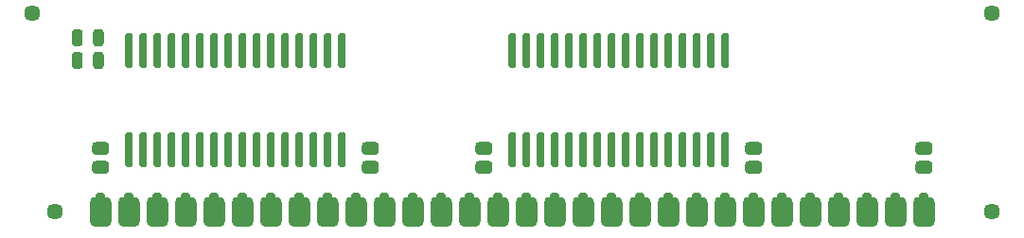
<source format=gts>
G04 #@! TF.GenerationSoftware,KiCad,Pcbnew,(5.1.10-1-10_14)*
G04 #@! TF.CreationDate,2021-07-02T01:33:12-04:00*
G04 #@! TF.ProjectId,GW4192-SOJ,47573431-3932-42d5-934f-4a2e6b696361,1.0-SOJ*
G04 #@! TF.SameCoordinates,Original*
G04 #@! TF.FileFunction,Soldermask,Top*
G04 #@! TF.FilePolarity,Negative*
%FSLAX46Y46*%
G04 Gerber Fmt 4.6, Leading zero omitted, Abs format (unit mm)*
G04 Created by KiCad (PCBNEW (5.1.10-1-10_14)) date 2021-07-02 01:33:12*
%MOMM*%
%LPD*%
G01*
G04 APERTURE LIST*
%ADD10C,0.952400*%
%ADD11C,1.448000*%
%ADD12C,0.100000*%
G04 APERTURE END LIST*
G36*
G01*
X82854800Y-100939600D02*
X82854800Y-99212400D01*
G75*
G02*
X83337400Y-98729800I482600J0D01*
G01*
X84302600Y-98729800D01*
G75*
G02*
X84785200Y-99212400I0J-482600D01*
G01*
X84785200Y-100939600D01*
G75*
G02*
X84302600Y-101422200I-482600J0D01*
G01*
X83337400Y-101422200D01*
G75*
G02*
X82854800Y-100939600I0J482600D01*
G01*
G37*
G36*
G01*
X85394800Y-100939600D02*
X85394800Y-99212400D01*
G75*
G02*
X85877400Y-98729800I482600J0D01*
G01*
X86842600Y-98729800D01*
G75*
G02*
X87325200Y-99212400I0J-482600D01*
G01*
X87325200Y-100939600D01*
G75*
G02*
X86842600Y-101422200I-482600J0D01*
G01*
X85877400Y-101422200D01*
G75*
G02*
X85394800Y-100939600I0J482600D01*
G01*
G37*
D10*
X88900000Y-98806000D03*
G36*
G01*
X108254800Y-100939600D02*
X108254800Y-99212400D01*
G75*
G02*
X108737400Y-98729800I482600J0D01*
G01*
X109702600Y-98729800D01*
G75*
G02*
X110185200Y-99212400I0J-482600D01*
G01*
X110185200Y-100939600D01*
G75*
G02*
X109702600Y-101422200I-482600J0D01*
G01*
X108737400Y-101422200D01*
G75*
G02*
X108254800Y-100939600I0J482600D01*
G01*
G37*
G36*
G01*
X93014800Y-100939600D02*
X93014800Y-99212400D01*
G75*
G02*
X93497400Y-98729800I482600J0D01*
G01*
X94462600Y-98729800D01*
G75*
G02*
X94945200Y-99212400I0J-482600D01*
G01*
X94945200Y-100939600D01*
G75*
G02*
X94462600Y-101422200I-482600J0D01*
G01*
X93497400Y-101422200D01*
G75*
G02*
X93014800Y-100939600I0J482600D01*
G01*
G37*
G36*
G01*
X110794800Y-100939600D02*
X110794800Y-99212400D01*
G75*
G02*
X111277400Y-98729800I482600J0D01*
G01*
X112242600Y-98729800D01*
G75*
G02*
X112725200Y-99212400I0J-482600D01*
G01*
X112725200Y-100939600D01*
G75*
G02*
X112242600Y-101422200I-482600J0D01*
G01*
X111277400Y-101422200D01*
G75*
G02*
X110794800Y-100939600I0J482600D01*
G01*
G37*
G36*
G01*
X146354800Y-100939600D02*
X146354800Y-99212400D01*
G75*
G02*
X146837400Y-98729800I482600J0D01*
G01*
X147802600Y-98729800D01*
G75*
G02*
X148285200Y-99212400I0J-482600D01*
G01*
X148285200Y-100939600D01*
G75*
G02*
X147802600Y-101422200I-482600J0D01*
G01*
X146837400Y-101422200D01*
G75*
G02*
X146354800Y-100939600I0J482600D01*
G01*
G37*
G36*
G01*
X113334800Y-100939600D02*
X113334800Y-99212400D01*
G75*
G02*
X113817400Y-98729800I482600J0D01*
G01*
X114782600Y-98729800D01*
G75*
G02*
X115265200Y-99212400I0J-482600D01*
G01*
X115265200Y-100939600D01*
G75*
G02*
X114782600Y-101422200I-482600J0D01*
G01*
X113817400Y-101422200D01*
G75*
G02*
X113334800Y-100939600I0J482600D01*
G01*
G37*
G36*
G01*
X115874800Y-100939600D02*
X115874800Y-99212400D01*
G75*
G02*
X116357400Y-98729800I482600J0D01*
G01*
X117322600Y-98729800D01*
G75*
G02*
X117805200Y-99212400I0J-482600D01*
G01*
X117805200Y-100939600D01*
G75*
G02*
X117322600Y-101422200I-482600J0D01*
G01*
X116357400Y-101422200D01*
G75*
G02*
X115874800Y-100939600I0J482600D01*
G01*
G37*
G36*
G01*
X90474800Y-100939600D02*
X90474800Y-99212400D01*
G75*
G02*
X90957400Y-98729800I482600J0D01*
G01*
X91922600Y-98729800D01*
G75*
G02*
X92405200Y-99212400I0J-482600D01*
G01*
X92405200Y-100939600D01*
G75*
G02*
X91922600Y-101422200I-482600J0D01*
G01*
X90957400Y-101422200D01*
G75*
G02*
X90474800Y-100939600I0J482600D01*
G01*
G37*
G36*
G01*
X153974800Y-100939600D02*
X153974800Y-99212400D01*
G75*
G02*
X154457400Y-98729800I482600J0D01*
G01*
X155422600Y-98729800D01*
G75*
G02*
X155905200Y-99212400I0J-482600D01*
G01*
X155905200Y-100939600D01*
G75*
G02*
X155422600Y-101422200I-482600J0D01*
G01*
X154457400Y-101422200D01*
G75*
G02*
X153974800Y-100939600I0J482600D01*
G01*
G37*
G36*
G01*
X87934800Y-100939600D02*
X87934800Y-99212400D01*
G75*
G02*
X88417400Y-98729800I482600J0D01*
G01*
X89382600Y-98729800D01*
G75*
G02*
X89865200Y-99212400I0J-482600D01*
G01*
X89865200Y-100939600D01*
G75*
G02*
X89382600Y-101422200I-482600J0D01*
G01*
X88417400Y-101422200D01*
G75*
G02*
X87934800Y-100939600I0J482600D01*
G01*
G37*
G36*
G01*
X141274800Y-100939600D02*
X141274800Y-99212400D01*
G75*
G02*
X141757400Y-98729800I482600J0D01*
G01*
X142722600Y-98729800D01*
G75*
G02*
X143205200Y-99212400I0J-482600D01*
G01*
X143205200Y-100939600D01*
G75*
G02*
X142722600Y-101422200I-482600J0D01*
G01*
X141757400Y-101422200D01*
G75*
G02*
X141274800Y-100939600I0J482600D01*
G01*
G37*
G36*
G01*
X120954800Y-100939600D02*
X120954800Y-99212400D01*
G75*
G02*
X121437400Y-98729800I482600J0D01*
G01*
X122402600Y-98729800D01*
G75*
G02*
X122885200Y-99212400I0J-482600D01*
G01*
X122885200Y-100939600D01*
G75*
G02*
X122402600Y-101422200I-482600J0D01*
G01*
X121437400Y-101422200D01*
G75*
G02*
X120954800Y-100939600I0J482600D01*
G01*
G37*
G36*
G01*
X131114800Y-100939600D02*
X131114800Y-99212400D01*
G75*
G02*
X131597400Y-98729800I482600J0D01*
G01*
X132562600Y-98729800D01*
G75*
G02*
X133045200Y-99212400I0J-482600D01*
G01*
X133045200Y-100939600D01*
G75*
G02*
X132562600Y-101422200I-482600J0D01*
G01*
X131597400Y-101422200D01*
G75*
G02*
X131114800Y-100939600I0J482600D01*
G01*
G37*
G36*
G01*
X138734800Y-100939600D02*
X138734800Y-99212400D01*
G75*
G02*
X139217400Y-98729800I482600J0D01*
G01*
X140182600Y-98729800D01*
G75*
G02*
X140665200Y-99212400I0J-482600D01*
G01*
X140665200Y-100939600D01*
G75*
G02*
X140182600Y-101422200I-482600J0D01*
G01*
X139217400Y-101422200D01*
G75*
G02*
X138734800Y-100939600I0J482600D01*
G01*
G37*
G36*
G01*
X103174800Y-100939600D02*
X103174800Y-99212400D01*
G75*
G02*
X103657400Y-98729800I482600J0D01*
G01*
X104622600Y-98729800D01*
G75*
G02*
X105105200Y-99212400I0J-482600D01*
G01*
X105105200Y-100939600D01*
G75*
G02*
X104622600Y-101422200I-482600J0D01*
G01*
X103657400Y-101422200D01*
G75*
G02*
X103174800Y-100939600I0J482600D01*
G01*
G37*
G36*
G01*
X126034800Y-100939600D02*
X126034800Y-99212400D01*
G75*
G02*
X126517400Y-98729800I482600J0D01*
G01*
X127482600Y-98729800D01*
G75*
G02*
X127965200Y-99212400I0J-482600D01*
G01*
X127965200Y-100939600D01*
G75*
G02*
X127482600Y-101422200I-482600J0D01*
G01*
X126517400Y-101422200D01*
G75*
G02*
X126034800Y-100939600I0J482600D01*
G01*
G37*
G36*
G01*
X133654800Y-100939600D02*
X133654800Y-99212400D01*
G75*
G02*
X134137400Y-98729800I482600J0D01*
G01*
X135102600Y-98729800D01*
G75*
G02*
X135585200Y-99212400I0J-482600D01*
G01*
X135585200Y-100939600D01*
G75*
G02*
X135102600Y-101422200I-482600J0D01*
G01*
X134137400Y-101422200D01*
G75*
G02*
X133654800Y-100939600I0J482600D01*
G01*
G37*
G36*
G01*
X128574800Y-100939600D02*
X128574800Y-99212400D01*
G75*
G02*
X129057400Y-98729800I482600J0D01*
G01*
X130022600Y-98729800D01*
G75*
G02*
X130505200Y-99212400I0J-482600D01*
G01*
X130505200Y-100939600D01*
G75*
G02*
X130022600Y-101422200I-482600J0D01*
G01*
X129057400Y-101422200D01*
G75*
G02*
X128574800Y-100939600I0J482600D01*
G01*
G37*
G36*
G01*
X105714800Y-100939600D02*
X105714800Y-99212400D01*
G75*
G02*
X106197400Y-98729800I482600J0D01*
G01*
X107162600Y-98729800D01*
G75*
G02*
X107645200Y-99212400I0J-482600D01*
G01*
X107645200Y-100939600D01*
G75*
G02*
X107162600Y-101422200I-482600J0D01*
G01*
X106197400Y-101422200D01*
G75*
G02*
X105714800Y-100939600I0J482600D01*
G01*
G37*
G36*
G01*
X136194800Y-100939600D02*
X136194800Y-99212400D01*
G75*
G02*
X136677400Y-98729800I482600J0D01*
G01*
X137642600Y-98729800D01*
G75*
G02*
X138125200Y-99212400I0J-482600D01*
G01*
X138125200Y-100939600D01*
G75*
G02*
X137642600Y-101422200I-482600J0D01*
G01*
X136677400Y-101422200D01*
G75*
G02*
X136194800Y-100939600I0J482600D01*
G01*
G37*
G36*
G01*
X95554800Y-100939600D02*
X95554800Y-99212400D01*
G75*
G02*
X96037400Y-98729800I482600J0D01*
G01*
X97002600Y-98729800D01*
G75*
G02*
X97485200Y-99212400I0J-482600D01*
G01*
X97485200Y-100939600D01*
G75*
G02*
X97002600Y-101422200I-482600J0D01*
G01*
X96037400Y-101422200D01*
G75*
G02*
X95554800Y-100939600I0J482600D01*
G01*
G37*
G36*
G01*
X123494800Y-100939600D02*
X123494800Y-99212400D01*
G75*
G02*
X123977400Y-98729800I482600J0D01*
G01*
X124942600Y-98729800D01*
G75*
G02*
X125425200Y-99212400I0J-482600D01*
G01*
X125425200Y-100939600D01*
G75*
G02*
X124942600Y-101422200I-482600J0D01*
G01*
X123977400Y-101422200D01*
G75*
G02*
X123494800Y-100939600I0J482600D01*
G01*
G37*
G36*
G01*
X98094800Y-100939600D02*
X98094800Y-99212400D01*
G75*
G02*
X98577400Y-98729800I482600J0D01*
G01*
X99542600Y-98729800D01*
G75*
G02*
X100025200Y-99212400I0J-482600D01*
G01*
X100025200Y-100939600D01*
G75*
G02*
X99542600Y-101422200I-482600J0D01*
G01*
X98577400Y-101422200D01*
G75*
G02*
X98094800Y-100939600I0J482600D01*
G01*
G37*
G36*
G01*
X100634800Y-100939600D02*
X100634800Y-99212400D01*
G75*
G02*
X101117400Y-98729800I482600J0D01*
G01*
X102082600Y-98729800D01*
G75*
G02*
X102565200Y-99212400I0J-482600D01*
G01*
X102565200Y-100939600D01*
G75*
G02*
X102082600Y-101422200I-482600J0D01*
G01*
X101117400Y-101422200D01*
G75*
G02*
X100634800Y-100939600I0J482600D01*
G01*
G37*
G36*
G01*
X148894800Y-100939600D02*
X148894800Y-99212400D01*
G75*
G02*
X149377400Y-98729800I482600J0D01*
G01*
X150342600Y-98729800D01*
G75*
G02*
X150825200Y-99212400I0J-482600D01*
G01*
X150825200Y-100939600D01*
G75*
G02*
X150342600Y-101422200I-482600J0D01*
G01*
X149377400Y-101422200D01*
G75*
G02*
X148894800Y-100939600I0J482600D01*
G01*
G37*
G36*
G01*
X151434800Y-100939600D02*
X151434800Y-99212400D01*
G75*
G02*
X151917400Y-98729800I482600J0D01*
G01*
X152882600Y-98729800D01*
G75*
G02*
X153365200Y-99212400I0J-482600D01*
G01*
X153365200Y-100939600D01*
G75*
G02*
X152882600Y-101422200I-482600J0D01*
G01*
X151917400Y-101422200D01*
G75*
G02*
X151434800Y-100939600I0J482600D01*
G01*
G37*
G36*
G01*
X156514800Y-100939600D02*
X156514800Y-99212400D01*
G75*
G02*
X156997400Y-98729800I482600J0D01*
G01*
X157962600Y-98729800D01*
G75*
G02*
X158445200Y-99212400I0J-482600D01*
G01*
X158445200Y-100939600D01*
G75*
G02*
X157962600Y-101422200I-482600J0D01*
G01*
X156997400Y-101422200D01*
G75*
G02*
X156514800Y-100939600I0J482600D01*
G01*
G37*
G36*
G01*
X118414800Y-100939600D02*
X118414800Y-99212400D01*
G75*
G02*
X118897400Y-98729800I482600J0D01*
G01*
X119862600Y-98729800D01*
G75*
G02*
X120345200Y-99212400I0J-482600D01*
G01*
X120345200Y-100939600D01*
G75*
G02*
X119862600Y-101422200I-482600J0D01*
G01*
X118897400Y-101422200D01*
G75*
G02*
X118414800Y-100939600I0J482600D01*
G01*
G37*
G36*
G01*
X143814800Y-100939600D02*
X143814800Y-99212400D01*
G75*
G02*
X144297400Y-98729800I482600J0D01*
G01*
X145262600Y-98729800D01*
G75*
G02*
X145745200Y-99212400I0J-482600D01*
G01*
X145745200Y-100939600D01*
G75*
G02*
X145262600Y-101422200I-482600J0D01*
G01*
X144297400Y-101422200D01*
G75*
G02*
X143814800Y-100939600I0J482600D01*
G01*
G37*
X86360000Y-98806000D03*
X83820000Y-98806000D03*
X93980000Y-98806000D03*
X91440000Y-98806000D03*
X96520000Y-98806000D03*
X99060000Y-98806000D03*
X104140000Y-98806000D03*
X101600000Y-98806000D03*
X109220000Y-98806000D03*
X106680000Y-98806000D03*
X111760000Y-98806000D03*
X116840000Y-98806000D03*
X114300000Y-98806000D03*
X119380000Y-98806000D03*
X124460000Y-98806000D03*
X121920000Y-98806000D03*
X127000000Y-98806000D03*
X149860000Y-98806000D03*
X147320000Y-98806000D03*
X152400000Y-98806000D03*
X134620000Y-98806000D03*
X132080000Y-98806000D03*
X137160000Y-98806000D03*
X142240000Y-98806000D03*
X139700000Y-98806000D03*
X144780000Y-98806000D03*
X129540000Y-98806000D03*
X154940000Y-98806000D03*
X157480000Y-98806000D03*
D11*
X163576000Y-100076000D03*
X79756000Y-100076000D03*
X163576000Y-82296000D03*
G36*
G01*
X117647500Y-95500500D02*
X118572500Y-95500500D01*
G75*
G02*
X118860000Y-95788000I0J-287500D01*
G01*
X118860000Y-96363000D01*
G75*
G02*
X118572500Y-96650500I-287500J0D01*
G01*
X117647500Y-96650500D01*
G75*
G02*
X117360000Y-96363000I0J287500D01*
G01*
X117360000Y-95788000D01*
G75*
G02*
X117647500Y-95500500I287500J0D01*
G01*
G37*
G36*
G01*
X117647500Y-93800500D02*
X118572500Y-93800500D01*
G75*
G02*
X118860000Y-94088000I0J-287500D01*
G01*
X118860000Y-94663000D01*
G75*
G02*
X118572500Y-94950500I-287500J0D01*
G01*
X117647500Y-94950500D01*
G75*
G02*
X117360000Y-94663000I0J287500D01*
G01*
X117360000Y-94088000D01*
G75*
G02*
X117647500Y-93800500I287500J0D01*
G01*
G37*
G36*
G01*
X107487500Y-93800500D02*
X108412500Y-93800500D01*
G75*
G02*
X108700000Y-94088000I0J-287500D01*
G01*
X108700000Y-94663000D01*
G75*
G02*
X108412500Y-94950500I-287500J0D01*
G01*
X107487500Y-94950500D01*
G75*
G02*
X107200000Y-94663000I0J287500D01*
G01*
X107200000Y-94088000D01*
G75*
G02*
X107487500Y-93800500I287500J0D01*
G01*
G37*
G36*
G01*
X107487500Y-95500500D02*
X108412500Y-95500500D01*
G75*
G02*
X108700000Y-95788000I0J-287500D01*
G01*
X108700000Y-96363000D01*
G75*
G02*
X108412500Y-96650500I-287500J0D01*
G01*
X107487500Y-96650500D01*
G75*
G02*
X107200000Y-96363000I0J287500D01*
G01*
X107200000Y-95788000D01*
G75*
G02*
X107487500Y-95500500I287500J0D01*
G01*
G37*
G36*
G01*
X141777500Y-93800500D02*
X142702500Y-93800500D01*
G75*
G02*
X142990000Y-94088000I0J-287500D01*
G01*
X142990000Y-94663000D01*
G75*
G02*
X142702500Y-94950500I-287500J0D01*
G01*
X141777500Y-94950500D01*
G75*
G02*
X141490000Y-94663000I0J287500D01*
G01*
X141490000Y-94088000D01*
G75*
G02*
X141777500Y-93800500I287500J0D01*
G01*
G37*
G36*
G01*
X141777500Y-95500500D02*
X142702500Y-95500500D01*
G75*
G02*
X142990000Y-95788000I0J-287500D01*
G01*
X142990000Y-96363000D01*
G75*
G02*
X142702500Y-96650500I-287500J0D01*
G01*
X141777500Y-96650500D01*
G75*
G02*
X141490000Y-96363000I0J287500D01*
G01*
X141490000Y-95788000D01*
G75*
G02*
X141777500Y-95500500I287500J0D01*
G01*
G37*
G36*
G01*
X84282500Y-94950500D02*
X83357500Y-94950500D01*
G75*
G02*
X83070000Y-94663000I0J287500D01*
G01*
X83070000Y-94088000D01*
G75*
G02*
X83357500Y-93800500I287500J0D01*
G01*
X84282500Y-93800500D01*
G75*
G02*
X84570000Y-94088000I0J-287500D01*
G01*
X84570000Y-94663000D01*
G75*
G02*
X84282500Y-94950500I-287500J0D01*
G01*
G37*
G36*
G01*
X84282500Y-96650500D02*
X83357500Y-96650500D01*
G75*
G02*
X83070000Y-96363000I0J287500D01*
G01*
X83070000Y-95788000D01*
G75*
G02*
X83357500Y-95500500I287500J0D01*
G01*
X84282500Y-95500500D01*
G75*
G02*
X84570000Y-95788000I0J-287500D01*
G01*
X84570000Y-96363000D01*
G75*
G02*
X84282500Y-96650500I-287500J0D01*
G01*
G37*
G36*
G01*
X157942500Y-96650500D02*
X157017500Y-96650500D01*
G75*
G02*
X156730000Y-96363000I0J287500D01*
G01*
X156730000Y-95788000D01*
G75*
G02*
X157017500Y-95500500I287500J0D01*
G01*
X157942500Y-95500500D01*
G75*
G02*
X158230000Y-95788000I0J-287500D01*
G01*
X158230000Y-96363000D01*
G75*
G02*
X157942500Y-96650500I-287500J0D01*
G01*
G37*
G36*
G01*
X157942500Y-94950500D02*
X157017500Y-94950500D01*
G75*
G02*
X156730000Y-94663000I0J287500D01*
G01*
X156730000Y-94088000D01*
G75*
G02*
X157017500Y-93800500I287500J0D01*
G01*
X157942500Y-93800500D01*
G75*
G02*
X158230000Y-94088000I0J-287500D01*
G01*
X158230000Y-94663000D01*
G75*
G02*
X157942500Y-94950500I-287500J0D01*
G01*
G37*
G36*
G01*
X82202000Y-85974500D02*
X82202000Y-86999500D01*
G75*
G02*
X81964500Y-87237000I-237500J0D01*
G01*
X81489500Y-87237000D01*
G75*
G02*
X81252000Y-86999500I0J237500D01*
G01*
X81252000Y-85974500D01*
G75*
G02*
X81489500Y-85737000I237500J0D01*
G01*
X81964500Y-85737000D01*
G75*
G02*
X82202000Y-85974500I0J-237500D01*
G01*
G37*
G36*
G01*
X84102000Y-85974500D02*
X84102000Y-86999500D01*
G75*
G02*
X83864500Y-87237000I-237500J0D01*
G01*
X83389500Y-87237000D01*
G75*
G02*
X83152000Y-86999500I0J237500D01*
G01*
X83152000Y-85974500D01*
G75*
G02*
X83389500Y-85737000I237500J0D01*
G01*
X83864500Y-85737000D01*
G75*
G02*
X84102000Y-85974500I0J-237500D01*
G01*
G37*
G36*
G01*
X81252000Y-84967500D02*
X81252000Y-83942500D01*
G75*
G02*
X81489500Y-83705000I237500J0D01*
G01*
X81964500Y-83705000D01*
G75*
G02*
X82202000Y-83942500I0J-237500D01*
G01*
X82202000Y-84967500D01*
G75*
G02*
X81964500Y-85205000I-237500J0D01*
G01*
X81489500Y-85205000D01*
G75*
G02*
X81252000Y-84967500I0J237500D01*
G01*
G37*
G36*
G01*
X83152000Y-84967500D02*
X83152000Y-83942500D01*
G75*
G02*
X83389500Y-83705000I237500J0D01*
G01*
X83864500Y-83705000D01*
G75*
G02*
X84102000Y-83942500I0J-237500D01*
G01*
X84102000Y-84967500D01*
G75*
G02*
X83864500Y-85205000I-237500J0D01*
G01*
X83389500Y-85205000D01*
G75*
G02*
X83152000Y-84967500I0J237500D01*
G01*
G37*
X77724000Y-82296000D03*
G36*
G01*
X86535000Y-87172000D02*
X86185000Y-87172000D01*
G75*
G02*
X86010000Y-86997000I0J175000D01*
G01*
X86010000Y-84199000D01*
G75*
G02*
X86185000Y-84024000I175000J0D01*
G01*
X86535000Y-84024000D01*
G75*
G02*
X86710000Y-84199000I0J-175000D01*
G01*
X86710000Y-86997000D01*
G75*
G02*
X86535000Y-87172000I-175000J0D01*
G01*
G37*
G36*
G01*
X87805000Y-87172000D02*
X87455000Y-87172000D01*
G75*
G02*
X87280000Y-86997000I0J175000D01*
G01*
X87280000Y-84199000D01*
G75*
G02*
X87455000Y-84024000I175000J0D01*
G01*
X87805000Y-84024000D01*
G75*
G02*
X87980000Y-84199000I0J-175000D01*
G01*
X87980000Y-86997000D01*
G75*
G02*
X87805000Y-87172000I-175000J0D01*
G01*
G37*
G36*
G01*
X89075000Y-87172000D02*
X88725000Y-87172000D01*
G75*
G02*
X88550000Y-86997000I0J175000D01*
G01*
X88550000Y-84199000D01*
G75*
G02*
X88725000Y-84024000I175000J0D01*
G01*
X89075000Y-84024000D01*
G75*
G02*
X89250000Y-84199000I0J-175000D01*
G01*
X89250000Y-86997000D01*
G75*
G02*
X89075000Y-87172000I-175000J0D01*
G01*
G37*
G36*
G01*
X90345000Y-87172000D02*
X89995000Y-87172000D01*
G75*
G02*
X89820000Y-86997000I0J175000D01*
G01*
X89820000Y-84199000D01*
G75*
G02*
X89995000Y-84024000I175000J0D01*
G01*
X90345000Y-84024000D01*
G75*
G02*
X90520000Y-84199000I0J-175000D01*
G01*
X90520000Y-86997000D01*
G75*
G02*
X90345000Y-87172000I-175000J0D01*
G01*
G37*
G36*
G01*
X101425000Y-84024000D02*
X101775000Y-84024000D01*
G75*
G02*
X101950000Y-84199000I0J-175000D01*
G01*
X101950000Y-86997000D01*
G75*
G02*
X101775000Y-87172000I-175000J0D01*
G01*
X101425000Y-87172000D01*
G75*
G02*
X101250000Y-86997000I0J175000D01*
G01*
X101250000Y-84199000D01*
G75*
G02*
X101425000Y-84024000I175000J0D01*
G01*
G37*
G36*
G01*
X102695000Y-84024000D02*
X103045000Y-84024000D01*
G75*
G02*
X103220000Y-84199000I0J-175000D01*
G01*
X103220000Y-86997000D01*
G75*
G02*
X103045000Y-87172000I-175000J0D01*
G01*
X102695000Y-87172000D01*
G75*
G02*
X102520000Y-86997000I0J175000D01*
G01*
X102520000Y-84199000D01*
G75*
G02*
X102695000Y-84024000I175000J0D01*
G01*
G37*
G36*
G01*
X103965000Y-84024000D02*
X104315000Y-84024000D01*
G75*
G02*
X104490000Y-84199000I0J-175000D01*
G01*
X104490000Y-86997000D01*
G75*
G02*
X104315000Y-87172000I-175000J0D01*
G01*
X103965000Y-87172000D01*
G75*
G02*
X103790000Y-86997000I0J175000D01*
G01*
X103790000Y-84199000D01*
G75*
G02*
X103965000Y-84024000I175000J0D01*
G01*
G37*
G36*
G01*
X105235000Y-84024000D02*
X105585000Y-84024000D01*
G75*
G02*
X105760000Y-84199000I0J-175000D01*
G01*
X105760000Y-86997000D01*
G75*
G02*
X105585000Y-87172000I-175000J0D01*
G01*
X105235000Y-87172000D01*
G75*
G02*
X105060000Y-86997000I0J175000D01*
G01*
X105060000Y-84199000D01*
G75*
G02*
X105235000Y-84024000I175000J0D01*
G01*
G37*
G36*
G01*
X105585000Y-96062000D02*
X105235000Y-96062000D01*
G75*
G02*
X105060000Y-95887000I0J175000D01*
G01*
X105060000Y-93089000D01*
G75*
G02*
X105235000Y-92914000I175000J0D01*
G01*
X105585000Y-92914000D01*
G75*
G02*
X105760000Y-93089000I0J-175000D01*
G01*
X105760000Y-95887000D01*
G75*
G02*
X105585000Y-96062000I-175000J0D01*
G01*
G37*
G36*
G01*
X104315000Y-96062000D02*
X103965000Y-96062000D01*
G75*
G02*
X103790000Y-95887000I0J175000D01*
G01*
X103790000Y-93089000D01*
G75*
G02*
X103965000Y-92914000I175000J0D01*
G01*
X104315000Y-92914000D01*
G75*
G02*
X104490000Y-93089000I0J-175000D01*
G01*
X104490000Y-95887000D01*
G75*
G02*
X104315000Y-96062000I-175000J0D01*
G01*
G37*
G36*
G01*
X94155000Y-96062000D02*
X93805000Y-96062000D01*
G75*
G02*
X93630000Y-95887000I0J175000D01*
G01*
X93630000Y-93089000D01*
G75*
G02*
X93805000Y-92914000I175000J0D01*
G01*
X94155000Y-92914000D01*
G75*
G02*
X94330000Y-93089000I0J-175000D01*
G01*
X94330000Y-95887000D01*
G75*
G02*
X94155000Y-96062000I-175000J0D01*
G01*
G37*
G36*
G01*
X94155000Y-87172000D02*
X93805000Y-87172000D01*
G75*
G02*
X93630000Y-86997000I0J175000D01*
G01*
X93630000Y-84199000D01*
G75*
G02*
X93805000Y-84024000I175000J0D01*
G01*
X94155000Y-84024000D01*
G75*
G02*
X94330000Y-84199000I0J-175000D01*
G01*
X94330000Y-86997000D01*
G75*
G02*
X94155000Y-87172000I-175000J0D01*
G01*
G37*
G36*
G01*
X95425000Y-87172000D02*
X95075000Y-87172000D01*
G75*
G02*
X94900000Y-86997000I0J175000D01*
G01*
X94900000Y-84199000D01*
G75*
G02*
X95075000Y-84024000I175000J0D01*
G01*
X95425000Y-84024000D01*
G75*
G02*
X95600000Y-84199000I0J-175000D01*
G01*
X95600000Y-86997000D01*
G75*
G02*
X95425000Y-87172000I-175000J0D01*
G01*
G37*
G36*
G01*
X96695000Y-87172000D02*
X96345000Y-87172000D01*
G75*
G02*
X96170000Y-86997000I0J175000D01*
G01*
X96170000Y-84199000D01*
G75*
G02*
X96345000Y-84024000I175000J0D01*
G01*
X96695000Y-84024000D01*
G75*
G02*
X96870000Y-84199000I0J-175000D01*
G01*
X96870000Y-86997000D01*
G75*
G02*
X96695000Y-87172000I-175000J0D01*
G01*
G37*
G36*
G01*
X97965000Y-87172000D02*
X97615000Y-87172000D01*
G75*
G02*
X97440000Y-86997000I0J175000D01*
G01*
X97440000Y-84199000D01*
G75*
G02*
X97615000Y-84024000I175000J0D01*
G01*
X97965000Y-84024000D01*
G75*
G02*
X98140000Y-84199000I0J-175000D01*
G01*
X98140000Y-86997000D01*
G75*
G02*
X97965000Y-87172000I-175000J0D01*
G01*
G37*
G36*
G01*
X99235000Y-87172000D02*
X98885000Y-87172000D01*
G75*
G02*
X98710000Y-86997000I0J175000D01*
G01*
X98710000Y-84199000D01*
G75*
G02*
X98885000Y-84024000I175000J0D01*
G01*
X99235000Y-84024000D01*
G75*
G02*
X99410000Y-84199000I0J-175000D01*
G01*
X99410000Y-86997000D01*
G75*
G02*
X99235000Y-87172000I-175000J0D01*
G01*
G37*
G36*
G01*
X101775000Y-96062000D02*
X101425000Y-96062000D01*
G75*
G02*
X101250000Y-95887000I0J175000D01*
G01*
X101250000Y-93089000D01*
G75*
G02*
X101425000Y-92914000I175000J0D01*
G01*
X101775000Y-92914000D01*
G75*
G02*
X101950000Y-93089000I0J-175000D01*
G01*
X101950000Y-95887000D01*
G75*
G02*
X101775000Y-96062000I-175000J0D01*
G01*
G37*
G36*
G01*
X100505000Y-96062000D02*
X100155000Y-96062000D01*
G75*
G02*
X99980000Y-95887000I0J175000D01*
G01*
X99980000Y-93089000D01*
G75*
G02*
X100155000Y-92914000I175000J0D01*
G01*
X100505000Y-92914000D01*
G75*
G02*
X100680000Y-93089000I0J-175000D01*
G01*
X100680000Y-95887000D01*
G75*
G02*
X100505000Y-96062000I-175000J0D01*
G01*
G37*
G36*
G01*
X99235000Y-96062000D02*
X98885000Y-96062000D01*
G75*
G02*
X98710000Y-95887000I0J175000D01*
G01*
X98710000Y-93089000D01*
G75*
G02*
X98885000Y-92914000I175000J0D01*
G01*
X99235000Y-92914000D01*
G75*
G02*
X99410000Y-93089000I0J-175000D01*
G01*
X99410000Y-95887000D01*
G75*
G02*
X99235000Y-96062000I-175000J0D01*
G01*
G37*
G36*
G01*
X97965000Y-96062000D02*
X97615000Y-96062000D01*
G75*
G02*
X97440000Y-95887000I0J175000D01*
G01*
X97440000Y-93089000D01*
G75*
G02*
X97615000Y-92914000I175000J0D01*
G01*
X97965000Y-92914000D01*
G75*
G02*
X98140000Y-93089000I0J-175000D01*
G01*
X98140000Y-95887000D01*
G75*
G02*
X97965000Y-96062000I-175000J0D01*
G01*
G37*
G36*
G01*
X96695000Y-96062000D02*
X96345000Y-96062000D01*
G75*
G02*
X96170000Y-95887000I0J175000D01*
G01*
X96170000Y-93089000D01*
G75*
G02*
X96345000Y-92914000I175000J0D01*
G01*
X96695000Y-92914000D01*
G75*
G02*
X96870000Y-93089000I0J-175000D01*
G01*
X96870000Y-95887000D01*
G75*
G02*
X96695000Y-96062000I-175000J0D01*
G01*
G37*
G36*
G01*
X91615000Y-96062000D02*
X91265000Y-96062000D01*
G75*
G02*
X91090000Y-95887000I0J175000D01*
G01*
X91090000Y-93089000D01*
G75*
G02*
X91265000Y-92914000I175000J0D01*
G01*
X91615000Y-92914000D01*
G75*
G02*
X91790000Y-93089000I0J-175000D01*
G01*
X91790000Y-95887000D01*
G75*
G02*
X91615000Y-96062000I-175000J0D01*
G01*
G37*
G36*
G01*
X90345000Y-96062000D02*
X89995000Y-96062000D01*
G75*
G02*
X89820000Y-95887000I0J175000D01*
G01*
X89820000Y-93089000D01*
G75*
G02*
X89995000Y-92914000I175000J0D01*
G01*
X90345000Y-92914000D01*
G75*
G02*
X90520000Y-93089000I0J-175000D01*
G01*
X90520000Y-95887000D01*
G75*
G02*
X90345000Y-96062000I-175000J0D01*
G01*
G37*
G36*
G01*
X89075000Y-96062000D02*
X88725000Y-96062000D01*
G75*
G02*
X88550000Y-95887000I0J175000D01*
G01*
X88550000Y-93089000D01*
G75*
G02*
X88725000Y-92914000I175000J0D01*
G01*
X89075000Y-92914000D01*
G75*
G02*
X89250000Y-93089000I0J-175000D01*
G01*
X89250000Y-95887000D01*
G75*
G02*
X89075000Y-96062000I-175000J0D01*
G01*
G37*
G36*
G01*
X87805000Y-96062000D02*
X87455000Y-96062000D01*
G75*
G02*
X87280000Y-95887000I0J175000D01*
G01*
X87280000Y-93089000D01*
G75*
G02*
X87455000Y-92914000I175000J0D01*
G01*
X87805000Y-92914000D01*
G75*
G02*
X87980000Y-93089000I0J-175000D01*
G01*
X87980000Y-95887000D01*
G75*
G02*
X87805000Y-96062000I-175000J0D01*
G01*
G37*
G36*
G01*
X86535000Y-96062000D02*
X86185000Y-96062000D01*
G75*
G02*
X86010000Y-95887000I0J175000D01*
G01*
X86010000Y-93089000D01*
G75*
G02*
X86185000Y-92914000I175000J0D01*
G01*
X86535000Y-92914000D01*
G75*
G02*
X86710000Y-93089000I0J-175000D01*
G01*
X86710000Y-95887000D01*
G75*
G02*
X86535000Y-96062000I-175000J0D01*
G01*
G37*
G36*
G01*
X100505000Y-87172000D02*
X100155000Y-87172000D01*
G75*
G02*
X99980000Y-86997000I0J175000D01*
G01*
X99980000Y-84199000D01*
G75*
G02*
X100155000Y-84024000I175000J0D01*
G01*
X100505000Y-84024000D01*
G75*
G02*
X100680000Y-84199000I0J-175000D01*
G01*
X100680000Y-86997000D01*
G75*
G02*
X100505000Y-87172000I-175000J0D01*
G01*
G37*
G36*
G01*
X92885000Y-96062000D02*
X92535000Y-96062000D01*
G75*
G02*
X92360000Y-95887000I0J175000D01*
G01*
X92360000Y-93089000D01*
G75*
G02*
X92535000Y-92914000I175000J0D01*
G01*
X92885000Y-92914000D01*
G75*
G02*
X93060000Y-93089000I0J-175000D01*
G01*
X93060000Y-95887000D01*
G75*
G02*
X92885000Y-96062000I-175000J0D01*
G01*
G37*
G36*
G01*
X95425000Y-96062000D02*
X95075000Y-96062000D01*
G75*
G02*
X94900000Y-95887000I0J175000D01*
G01*
X94900000Y-93089000D01*
G75*
G02*
X95075000Y-92914000I175000J0D01*
G01*
X95425000Y-92914000D01*
G75*
G02*
X95600000Y-93089000I0J-175000D01*
G01*
X95600000Y-95887000D01*
G75*
G02*
X95425000Y-96062000I-175000J0D01*
G01*
G37*
G36*
G01*
X103045000Y-96062000D02*
X102695000Y-96062000D01*
G75*
G02*
X102520000Y-95887000I0J175000D01*
G01*
X102520000Y-93089000D01*
G75*
G02*
X102695000Y-92914000I175000J0D01*
G01*
X103045000Y-92914000D01*
G75*
G02*
X103220000Y-93089000I0J-175000D01*
G01*
X103220000Y-95887000D01*
G75*
G02*
X103045000Y-96062000I-175000J0D01*
G01*
G37*
G36*
G01*
X92885000Y-87172000D02*
X92535000Y-87172000D01*
G75*
G02*
X92360000Y-86997000I0J175000D01*
G01*
X92360000Y-84199000D01*
G75*
G02*
X92535000Y-84024000I175000J0D01*
G01*
X92885000Y-84024000D01*
G75*
G02*
X93060000Y-84199000I0J-175000D01*
G01*
X93060000Y-86997000D01*
G75*
G02*
X92885000Y-87172000I-175000J0D01*
G01*
G37*
G36*
G01*
X91615000Y-87172000D02*
X91265000Y-87172000D01*
G75*
G02*
X91090000Y-86997000I0J175000D01*
G01*
X91090000Y-84199000D01*
G75*
G02*
X91265000Y-84024000I175000J0D01*
G01*
X91615000Y-84024000D01*
G75*
G02*
X91790000Y-84199000I0J-175000D01*
G01*
X91790000Y-86997000D01*
G75*
G02*
X91615000Y-87172000I-175000J0D01*
G01*
G37*
G36*
G01*
X125905000Y-87172000D02*
X125555000Y-87172000D01*
G75*
G02*
X125380000Y-86997000I0J175000D01*
G01*
X125380000Y-84199000D01*
G75*
G02*
X125555000Y-84024000I175000J0D01*
G01*
X125905000Y-84024000D01*
G75*
G02*
X126080000Y-84199000I0J-175000D01*
G01*
X126080000Y-86997000D01*
G75*
G02*
X125905000Y-87172000I-175000J0D01*
G01*
G37*
G36*
G01*
X127175000Y-87172000D02*
X126825000Y-87172000D01*
G75*
G02*
X126650000Y-86997000I0J175000D01*
G01*
X126650000Y-84199000D01*
G75*
G02*
X126825000Y-84024000I175000J0D01*
G01*
X127175000Y-84024000D01*
G75*
G02*
X127350000Y-84199000I0J-175000D01*
G01*
X127350000Y-86997000D01*
G75*
G02*
X127175000Y-87172000I-175000J0D01*
G01*
G37*
G36*
G01*
X137335000Y-96062000D02*
X136985000Y-96062000D01*
G75*
G02*
X136810000Y-95887000I0J175000D01*
G01*
X136810000Y-93089000D01*
G75*
G02*
X136985000Y-92914000I175000J0D01*
G01*
X137335000Y-92914000D01*
G75*
G02*
X137510000Y-93089000I0J-175000D01*
G01*
X137510000Y-95887000D01*
G75*
G02*
X137335000Y-96062000I-175000J0D01*
G01*
G37*
G36*
G01*
X129715000Y-96062000D02*
X129365000Y-96062000D01*
G75*
G02*
X129190000Y-95887000I0J175000D01*
G01*
X129190000Y-93089000D01*
G75*
G02*
X129365000Y-92914000I175000J0D01*
G01*
X129715000Y-92914000D01*
G75*
G02*
X129890000Y-93089000I0J-175000D01*
G01*
X129890000Y-95887000D01*
G75*
G02*
X129715000Y-96062000I-175000J0D01*
G01*
G37*
G36*
G01*
X127175000Y-96062000D02*
X126825000Y-96062000D01*
G75*
G02*
X126650000Y-95887000I0J175000D01*
G01*
X126650000Y-93089000D01*
G75*
G02*
X126825000Y-92914000I175000J0D01*
G01*
X127175000Y-92914000D01*
G75*
G02*
X127350000Y-93089000I0J-175000D01*
G01*
X127350000Y-95887000D01*
G75*
G02*
X127175000Y-96062000I-175000J0D01*
G01*
G37*
G36*
G01*
X134795000Y-87172000D02*
X134445000Y-87172000D01*
G75*
G02*
X134270000Y-86997000I0J175000D01*
G01*
X134270000Y-84199000D01*
G75*
G02*
X134445000Y-84024000I175000J0D01*
G01*
X134795000Y-84024000D01*
G75*
G02*
X134970000Y-84199000I0J-175000D01*
G01*
X134970000Y-86997000D01*
G75*
G02*
X134795000Y-87172000I-175000J0D01*
G01*
G37*
G36*
G01*
X120825000Y-96062000D02*
X120475000Y-96062000D01*
G75*
G02*
X120300000Y-95887000I0J175000D01*
G01*
X120300000Y-93089000D01*
G75*
G02*
X120475000Y-92914000I175000J0D01*
G01*
X120825000Y-92914000D01*
G75*
G02*
X121000000Y-93089000I0J-175000D01*
G01*
X121000000Y-95887000D01*
G75*
G02*
X120825000Y-96062000I-175000J0D01*
G01*
G37*
G36*
G01*
X122095000Y-96062000D02*
X121745000Y-96062000D01*
G75*
G02*
X121570000Y-95887000I0J175000D01*
G01*
X121570000Y-93089000D01*
G75*
G02*
X121745000Y-92914000I175000J0D01*
G01*
X122095000Y-92914000D01*
G75*
G02*
X122270000Y-93089000I0J-175000D01*
G01*
X122270000Y-95887000D01*
G75*
G02*
X122095000Y-96062000I-175000J0D01*
G01*
G37*
G36*
G01*
X123365000Y-96062000D02*
X123015000Y-96062000D01*
G75*
G02*
X122840000Y-95887000I0J175000D01*
G01*
X122840000Y-93089000D01*
G75*
G02*
X123015000Y-92914000I175000J0D01*
G01*
X123365000Y-92914000D01*
G75*
G02*
X123540000Y-93089000I0J-175000D01*
G01*
X123540000Y-95887000D01*
G75*
G02*
X123365000Y-96062000I-175000J0D01*
G01*
G37*
G36*
G01*
X124635000Y-96062000D02*
X124285000Y-96062000D01*
G75*
G02*
X124110000Y-95887000I0J175000D01*
G01*
X124110000Y-93089000D01*
G75*
G02*
X124285000Y-92914000I175000J0D01*
G01*
X124635000Y-92914000D01*
G75*
G02*
X124810000Y-93089000I0J-175000D01*
G01*
X124810000Y-95887000D01*
G75*
G02*
X124635000Y-96062000I-175000J0D01*
G01*
G37*
G36*
G01*
X125905000Y-96062000D02*
X125555000Y-96062000D01*
G75*
G02*
X125380000Y-95887000I0J175000D01*
G01*
X125380000Y-93089000D01*
G75*
G02*
X125555000Y-92914000I175000J0D01*
G01*
X125905000Y-92914000D01*
G75*
G02*
X126080000Y-93089000I0J-175000D01*
G01*
X126080000Y-95887000D01*
G75*
G02*
X125905000Y-96062000I-175000J0D01*
G01*
G37*
G36*
G01*
X130985000Y-96062000D02*
X130635000Y-96062000D01*
G75*
G02*
X130460000Y-95887000I0J175000D01*
G01*
X130460000Y-93089000D01*
G75*
G02*
X130635000Y-92914000I175000J0D01*
G01*
X130985000Y-92914000D01*
G75*
G02*
X131160000Y-93089000I0J-175000D01*
G01*
X131160000Y-95887000D01*
G75*
G02*
X130985000Y-96062000I-175000J0D01*
G01*
G37*
G36*
G01*
X132255000Y-96062000D02*
X131905000Y-96062000D01*
G75*
G02*
X131730000Y-95887000I0J175000D01*
G01*
X131730000Y-93089000D01*
G75*
G02*
X131905000Y-92914000I175000J0D01*
G01*
X132255000Y-92914000D01*
G75*
G02*
X132430000Y-93089000I0J-175000D01*
G01*
X132430000Y-95887000D01*
G75*
G02*
X132255000Y-96062000I-175000J0D01*
G01*
G37*
G36*
G01*
X133525000Y-96062000D02*
X133175000Y-96062000D01*
G75*
G02*
X133000000Y-95887000I0J175000D01*
G01*
X133000000Y-93089000D01*
G75*
G02*
X133175000Y-92914000I175000J0D01*
G01*
X133525000Y-92914000D01*
G75*
G02*
X133700000Y-93089000I0J-175000D01*
G01*
X133700000Y-95887000D01*
G75*
G02*
X133525000Y-96062000I-175000J0D01*
G01*
G37*
G36*
G01*
X134795000Y-96062000D02*
X134445000Y-96062000D01*
G75*
G02*
X134270000Y-95887000I0J175000D01*
G01*
X134270000Y-93089000D01*
G75*
G02*
X134445000Y-92914000I175000J0D01*
G01*
X134795000Y-92914000D01*
G75*
G02*
X134970000Y-93089000I0J-175000D01*
G01*
X134970000Y-95887000D01*
G75*
G02*
X134795000Y-96062000I-175000J0D01*
G01*
G37*
G36*
G01*
X136065000Y-96062000D02*
X135715000Y-96062000D01*
G75*
G02*
X135540000Y-95887000I0J175000D01*
G01*
X135540000Y-93089000D01*
G75*
G02*
X135715000Y-92914000I175000J0D01*
G01*
X136065000Y-92914000D01*
G75*
G02*
X136240000Y-93089000I0J-175000D01*
G01*
X136240000Y-95887000D01*
G75*
G02*
X136065000Y-96062000I-175000J0D01*
G01*
G37*
G36*
G01*
X133525000Y-87172000D02*
X133175000Y-87172000D01*
G75*
G02*
X133000000Y-86997000I0J175000D01*
G01*
X133000000Y-84199000D01*
G75*
G02*
X133175000Y-84024000I175000J0D01*
G01*
X133525000Y-84024000D01*
G75*
G02*
X133700000Y-84199000I0J-175000D01*
G01*
X133700000Y-86997000D01*
G75*
G02*
X133525000Y-87172000I-175000J0D01*
G01*
G37*
G36*
G01*
X132255000Y-87172000D02*
X131905000Y-87172000D01*
G75*
G02*
X131730000Y-86997000I0J175000D01*
G01*
X131730000Y-84199000D01*
G75*
G02*
X131905000Y-84024000I175000J0D01*
G01*
X132255000Y-84024000D01*
G75*
G02*
X132430000Y-84199000I0J-175000D01*
G01*
X132430000Y-86997000D01*
G75*
G02*
X132255000Y-87172000I-175000J0D01*
G01*
G37*
G36*
G01*
X130985000Y-87172000D02*
X130635000Y-87172000D01*
G75*
G02*
X130460000Y-86997000I0J175000D01*
G01*
X130460000Y-84199000D01*
G75*
G02*
X130635000Y-84024000I175000J0D01*
G01*
X130985000Y-84024000D01*
G75*
G02*
X131160000Y-84199000I0J-175000D01*
G01*
X131160000Y-86997000D01*
G75*
G02*
X130985000Y-87172000I-175000J0D01*
G01*
G37*
G36*
G01*
X129715000Y-87172000D02*
X129365000Y-87172000D01*
G75*
G02*
X129190000Y-86997000I0J175000D01*
G01*
X129190000Y-84199000D01*
G75*
G02*
X129365000Y-84024000I175000J0D01*
G01*
X129715000Y-84024000D01*
G75*
G02*
X129890000Y-84199000I0J-175000D01*
G01*
X129890000Y-86997000D01*
G75*
G02*
X129715000Y-87172000I-175000J0D01*
G01*
G37*
G36*
G01*
X128445000Y-87172000D02*
X128095000Y-87172000D01*
G75*
G02*
X127920000Y-86997000I0J175000D01*
G01*
X127920000Y-84199000D01*
G75*
G02*
X128095000Y-84024000I175000J0D01*
G01*
X128445000Y-84024000D01*
G75*
G02*
X128620000Y-84199000I0J-175000D01*
G01*
X128620000Y-86997000D01*
G75*
G02*
X128445000Y-87172000I-175000J0D01*
G01*
G37*
G36*
G01*
X128445000Y-96062000D02*
X128095000Y-96062000D01*
G75*
G02*
X127920000Y-95887000I0J175000D01*
G01*
X127920000Y-93089000D01*
G75*
G02*
X128095000Y-92914000I175000J0D01*
G01*
X128445000Y-92914000D01*
G75*
G02*
X128620000Y-93089000I0J-175000D01*
G01*
X128620000Y-95887000D01*
G75*
G02*
X128445000Y-96062000I-175000J0D01*
G01*
G37*
G36*
G01*
X138605000Y-96062000D02*
X138255000Y-96062000D01*
G75*
G02*
X138080000Y-95887000I0J175000D01*
G01*
X138080000Y-93089000D01*
G75*
G02*
X138255000Y-92914000I175000J0D01*
G01*
X138605000Y-92914000D01*
G75*
G02*
X138780000Y-93089000I0J-175000D01*
G01*
X138780000Y-95887000D01*
G75*
G02*
X138605000Y-96062000I-175000J0D01*
G01*
G37*
G36*
G01*
X139875000Y-96062000D02*
X139525000Y-96062000D01*
G75*
G02*
X139350000Y-95887000I0J175000D01*
G01*
X139350000Y-93089000D01*
G75*
G02*
X139525000Y-92914000I175000J0D01*
G01*
X139875000Y-92914000D01*
G75*
G02*
X140050000Y-93089000I0J-175000D01*
G01*
X140050000Y-95887000D01*
G75*
G02*
X139875000Y-96062000I-175000J0D01*
G01*
G37*
G36*
G01*
X139525000Y-84024000D02*
X139875000Y-84024000D01*
G75*
G02*
X140050000Y-84199000I0J-175000D01*
G01*
X140050000Y-86997000D01*
G75*
G02*
X139875000Y-87172000I-175000J0D01*
G01*
X139525000Y-87172000D01*
G75*
G02*
X139350000Y-86997000I0J175000D01*
G01*
X139350000Y-84199000D01*
G75*
G02*
X139525000Y-84024000I175000J0D01*
G01*
G37*
G36*
G01*
X138255000Y-84024000D02*
X138605000Y-84024000D01*
G75*
G02*
X138780000Y-84199000I0J-175000D01*
G01*
X138780000Y-86997000D01*
G75*
G02*
X138605000Y-87172000I-175000J0D01*
G01*
X138255000Y-87172000D01*
G75*
G02*
X138080000Y-86997000I0J175000D01*
G01*
X138080000Y-84199000D01*
G75*
G02*
X138255000Y-84024000I175000J0D01*
G01*
G37*
G36*
G01*
X136985000Y-84024000D02*
X137335000Y-84024000D01*
G75*
G02*
X137510000Y-84199000I0J-175000D01*
G01*
X137510000Y-86997000D01*
G75*
G02*
X137335000Y-87172000I-175000J0D01*
G01*
X136985000Y-87172000D01*
G75*
G02*
X136810000Y-86997000I0J175000D01*
G01*
X136810000Y-84199000D01*
G75*
G02*
X136985000Y-84024000I175000J0D01*
G01*
G37*
G36*
G01*
X135715000Y-84024000D02*
X136065000Y-84024000D01*
G75*
G02*
X136240000Y-84199000I0J-175000D01*
G01*
X136240000Y-86997000D01*
G75*
G02*
X136065000Y-87172000I-175000J0D01*
G01*
X135715000Y-87172000D01*
G75*
G02*
X135540000Y-86997000I0J175000D01*
G01*
X135540000Y-84199000D01*
G75*
G02*
X135715000Y-84024000I175000J0D01*
G01*
G37*
G36*
G01*
X124635000Y-87172000D02*
X124285000Y-87172000D01*
G75*
G02*
X124110000Y-86997000I0J175000D01*
G01*
X124110000Y-84199000D01*
G75*
G02*
X124285000Y-84024000I175000J0D01*
G01*
X124635000Y-84024000D01*
G75*
G02*
X124810000Y-84199000I0J-175000D01*
G01*
X124810000Y-86997000D01*
G75*
G02*
X124635000Y-87172000I-175000J0D01*
G01*
G37*
G36*
G01*
X123365000Y-87172000D02*
X123015000Y-87172000D01*
G75*
G02*
X122840000Y-86997000I0J175000D01*
G01*
X122840000Y-84199000D01*
G75*
G02*
X123015000Y-84024000I175000J0D01*
G01*
X123365000Y-84024000D01*
G75*
G02*
X123540000Y-84199000I0J-175000D01*
G01*
X123540000Y-86997000D01*
G75*
G02*
X123365000Y-87172000I-175000J0D01*
G01*
G37*
G36*
G01*
X122095000Y-87172000D02*
X121745000Y-87172000D01*
G75*
G02*
X121570000Y-86997000I0J175000D01*
G01*
X121570000Y-84199000D01*
G75*
G02*
X121745000Y-84024000I175000J0D01*
G01*
X122095000Y-84024000D01*
G75*
G02*
X122270000Y-84199000I0J-175000D01*
G01*
X122270000Y-86997000D01*
G75*
G02*
X122095000Y-87172000I-175000J0D01*
G01*
G37*
G36*
G01*
X120825000Y-87172000D02*
X120475000Y-87172000D01*
G75*
G02*
X120300000Y-86997000I0J175000D01*
G01*
X120300000Y-84199000D01*
G75*
G02*
X120475000Y-84024000I175000J0D01*
G01*
X120825000Y-84024000D01*
G75*
G02*
X121000000Y-84199000I0J-175000D01*
G01*
X121000000Y-86997000D01*
G75*
G02*
X120825000Y-87172000I-175000J0D01*
G01*
G37*
D12*
G36*
X96062407Y-98684071D02*
G01*
X96062782Y-98685678D01*
X96053928Y-98730190D01*
X96051966Y-98731800D01*
X96037494Y-98731800D01*
X95943644Y-98741043D01*
X95853486Y-98768393D01*
X95770398Y-98812804D01*
X95697571Y-98872571D01*
X95637804Y-98945398D01*
X95593393Y-99028486D01*
X95566043Y-99118644D01*
X95556790Y-99212596D01*
X95555625Y-99214222D01*
X95553635Y-99214026D01*
X95552800Y-99212400D01*
X95552800Y-99183767D01*
X95552810Y-99183571D01*
X95561774Y-99092560D01*
X95561850Y-99092175D01*
X95587489Y-99007651D01*
X95587639Y-99007289D01*
X95629274Y-98929397D01*
X95629492Y-98929071D01*
X95685521Y-98860798D01*
X95685798Y-98860521D01*
X95754071Y-98804492D01*
X95754397Y-98804274D01*
X95832289Y-98762639D01*
X95832651Y-98762489D01*
X95917174Y-98736850D01*
X95917559Y-98736774D01*
X96005979Y-98728065D01*
X96017907Y-98725693D01*
X96029042Y-98721080D01*
X96039065Y-98714383D01*
X96047587Y-98705861D01*
X96054284Y-98695838D01*
X96058972Y-98684523D01*
X96060559Y-98683305D01*
X96062407Y-98684071D01*
G37*
G36*
X83362407Y-98684071D02*
G01*
X83362782Y-98685678D01*
X83353928Y-98730190D01*
X83351966Y-98731800D01*
X83337494Y-98731800D01*
X83243644Y-98741043D01*
X83153486Y-98768393D01*
X83070398Y-98812804D01*
X82997571Y-98872571D01*
X82937804Y-98945398D01*
X82893393Y-99028486D01*
X82866043Y-99118644D01*
X82856790Y-99212596D01*
X82855625Y-99214222D01*
X82853635Y-99214026D01*
X82852800Y-99212400D01*
X82852800Y-99183767D01*
X82852810Y-99183571D01*
X82861774Y-99092560D01*
X82861850Y-99092175D01*
X82887489Y-99007651D01*
X82887639Y-99007289D01*
X82929274Y-98929397D01*
X82929492Y-98929071D01*
X82985521Y-98860798D01*
X82985798Y-98860521D01*
X83054071Y-98804492D01*
X83054397Y-98804274D01*
X83132289Y-98762639D01*
X83132651Y-98762489D01*
X83217174Y-98736850D01*
X83217559Y-98736774D01*
X83305979Y-98728065D01*
X83317907Y-98725693D01*
X83329042Y-98721080D01*
X83339065Y-98714383D01*
X83347587Y-98705861D01*
X83354284Y-98695838D01*
X83358972Y-98684523D01*
X83360559Y-98683305D01*
X83362407Y-98684071D01*
G37*
G36*
X141782407Y-98684071D02*
G01*
X141782782Y-98685678D01*
X141773928Y-98730190D01*
X141771966Y-98731800D01*
X141757494Y-98731800D01*
X141663644Y-98741043D01*
X141573486Y-98768393D01*
X141490398Y-98812804D01*
X141417571Y-98872571D01*
X141357804Y-98945398D01*
X141313393Y-99028486D01*
X141286043Y-99118644D01*
X141276790Y-99212596D01*
X141275625Y-99214222D01*
X141273635Y-99214026D01*
X141272800Y-99212400D01*
X141272800Y-99183767D01*
X141272810Y-99183571D01*
X141281774Y-99092560D01*
X141281850Y-99092175D01*
X141307489Y-99007651D01*
X141307639Y-99007289D01*
X141349274Y-98929397D01*
X141349492Y-98929071D01*
X141405521Y-98860798D01*
X141405798Y-98860521D01*
X141474071Y-98804492D01*
X141474397Y-98804274D01*
X141552289Y-98762639D01*
X141552651Y-98762489D01*
X141637174Y-98736850D01*
X141637559Y-98736774D01*
X141725979Y-98728065D01*
X141737907Y-98725693D01*
X141749042Y-98721080D01*
X141759065Y-98714383D01*
X141767587Y-98705861D01*
X141774284Y-98695838D01*
X141778972Y-98684523D01*
X141780559Y-98683305D01*
X141782407Y-98684071D01*
G37*
G36*
X139242407Y-98684071D02*
G01*
X139242782Y-98685678D01*
X139233928Y-98730190D01*
X139231966Y-98731800D01*
X139217494Y-98731800D01*
X139123644Y-98741043D01*
X139033486Y-98768393D01*
X138950398Y-98812804D01*
X138877571Y-98872571D01*
X138817804Y-98945398D01*
X138773393Y-99028486D01*
X138746043Y-99118644D01*
X138736790Y-99212596D01*
X138735625Y-99214222D01*
X138733635Y-99214026D01*
X138732800Y-99212400D01*
X138732800Y-99183767D01*
X138732810Y-99183571D01*
X138741774Y-99092560D01*
X138741850Y-99092175D01*
X138767489Y-99007651D01*
X138767639Y-99007289D01*
X138809274Y-98929397D01*
X138809492Y-98929071D01*
X138865521Y-98860798D01*
X138865798Y-98860521D01*
X138934071Y-98804492D01*
X138934397Y-98804274D01*
X139012289Y-98762639D01*
X139012651Y-98762489D01*
X139097174Y-98736850D01*
X139097559Y-98736774D01*
X139185979Y-98728065D01*
X139197907Y-98725693D01*
X139209042Y-98721080D01*
X139219065Y-98714383D01*
X139227587Y-98705861D01*
X139234284Y-98695838D01*
X139238972Y-98684523D01*
X139240559Y-98683305D01*
X139242407Y-98684071D01*
G37*
G36*
X144322407Y-98684071D02*
G01*
X144322782Y-98685678D01*
X144313928Y-98730190D01*
X144311966Y-98731800D01*
X144297494Y-98731800D01*
X144203644Y-98741043D01*
X144113486Y-98768393D01*
X144030398Y-98812804D01*
X143957571Y-98872571D01*
X143897804Y-98945398D01*
X143853393Y-99028486D01*
X143826043Y-99118644D01*
X143816790Y-99212596D01*
X143815625Y-99214222D01*
X143813635Y-99214026D01*
X143812800Y-99212400D01*
X143812800Y-99183767D01*
X143812810Y-99183571D01*
X143821774Y-99092560D01*
X143821850Y-99092175D01*
X143847489Y-99007651D01*
X143847639Y-99007289D01*
X143889274Y-98929397D01*
X143889492Y-98929071D01*
X143945521Y-98860798D01*
X143945798Y-98860521D01*
X144014071Y-98804492D01*
X144014397Y-98804274D01*
X144092289Y-98762639D01*
X144092651Y-98762489D01*
X144177174Y-98736850D01*
X144177559Y-98736774D01*
X144265979Y-98728065D01*
X144277907Y-98725693D01*
X144289042Y-98721080D01*
X144299065Y-98714383D01*
X144307587Y-98705861D01*
X144314284Y-98695838D01*
X144318972Y-98684523D01*
X144320559Y-98683305D01*
X144322407Y-98684071D01*
G37*
G36*
X136702407Y-98684071D02*
G01*
X136702782Y-98685678D01*
X136693928Y-98730190D01*
X136691966Y-98731800D01*
X136677494Y-98731800D01*
X136583644Y-98741043D01*
X136493486Y-98768393D01*
X136410398Y-98812804D01*
X136337571Y-98872571D01*
X136277804Y-98945398D01*
X136233393Y-99028486D01*
X136206043Y-99118644D01*
X136196790Y-99212596D01*
X136195625Y-99214222D01*
X136193635Y-99214026D01*
X136192800Y-99212400D01*
X136192800Y-99183767D01*
X136192810Y-99183571D01*
X136201774Y-99092560D01*
X136201850Y-99092175D01*
X136227489Y-99007651D01*
X136227639Y-99007289D01*
X136269274Y-98929397D01*
X136269492Y-98929071D01*
X136325521Y-98860798D01*
X136325798Y-98860521D01*
X136394071Y-98804492D01*
X136394397Y-98804274D01*
X136472289Y-98762639D01*
X136472651Y-98762489D01*
X136557174Y-98736850D01*
X136557559Y-98736774D01*
X136645979Y-98728065D01*
X136657907Y-98725693D01*
X136669042Y-98721080D01*
X136679065Y-98714383D01*
X136687587Y-98705861D01*
X136694284Y-98695838D01*
X136698972Y-98684523D01*
X136700559Y-98683305D01*
X136702407Y-98684071D01*
G37*
G36*
X146862407Y-98684071D02*
G01*
X146862782Y-98685678D01*
X146853928Y-98730190D01*
X146851966Y-98731800D01*
X146837494Y-98731800D01*
X146743644Y-98741043D01*
X146653486Y-98768393D01*
X146570398Y-98812804D01*
X146497571Y-98872571D01*
X146437804Y-98945398D01*
X146393393Y-99028486D01*
X146366043Y-99118644D01*
X146356790Y-99212596D01*
X146355625Y-99214222D01*
X146353635Y-99214026D01*
X146352800Y-99212400D01*
X146352800Y-99183767D01*
X146352810Y-99183571D01*
X146361774Y-99092560D01*
X146361850Y-99092175D01*
X146387489Y-99007651D01*
X146387639Y-99007289D01*
X146429274Y-98929397D01*
X146429492Y-98929071D01*
X146485521Y-98860798D01*
X146485798Y-98860521D01*
X146554071Y-98804492D01*
X146554397Y-98804274D01*
X146632289Y-98762639D01*
X146632651Y-98762489D01*
X146717174Y-98736850D01*
X146717559Y-98736774D01*
X146805979Y-98728065D01*
X146817907Y-98725693D01*
X146829042Y-98721080D01*
X146839065Y-98714383D01*
X146847587Y-98705861D01*
X146854284Y-98695838D01*
X146858972Y-98684523D01*
X146860559Y-98683305D01*
X146862407Y-98684071D01*
G37*
G36*
X134162407Y-98684071D02*
G01*
X134162782Y-98685678D01*
X134153928Y-98730190D01*
X134151966Y-98731800D01*
X134137494Y-98731800D01*
X134043644Y-98741043D01*
X133953486Y-98768393D01*
X133870398Y-98812804D01*
X133797571Y-98872571D01*
X133737804Y-98945398D01*
X133693393Y-99028486D01*
X133666043Y-99118644D01*
X133656790Y-99212596D01*
X133655625Y-99214222D01*
X133653635Y-99214026D01*
X133652800Y-99212400D01*
X133652800Y-99183767D01*
X133652810Y-99183571D01*
X133661774Y-99092560D01*
X133661850Y-99092175D01*
X133687489Y-99007651D01*
X133687639Y-99007289D01*
X133729274Y-98929397D01*
X133729492Y-98929071D01*
X133785521Y-98860798D01*
X133785798Y-98860521D01*
X133854071Y-98804492D01*
X133854397Y-98804274D01*
X133932289Y-98762639D01*
X133932651Y-98762489D01*
X134017174Y-98736850D01*
X134017559Y-98736774D01*
X134105979Y-98728065D01*
X134117907Y-98725693D01*
X134129042Y-98721080D01*
X134139065Y-98714383D01*
X134147587Y-98705861D01*
X134154284Y-98695838D01*
X134158972Y-98684523D01*
X134160559Y-98683305D01*
X134162407Y-98684071D01*
G37*
G36*
X131622407Y-98684071D02*
G01*
X131622782Y-98685678D01*
X131613928Y-98730190D01*
X131611966Y-98731800D01*
X131597494Y-98731800D01*
X131503644Y-98741043D01*
X131413486Y-98768393D01*
X131330398Y-98812804D01*
X131257571Y-98872571D01*
X131197804Y-98945398D01*
X131153393Y-99028486D01*
X131126043Y-99118644D01*
X131116790Y-99212596D01*
X131115625Y-99214222D01*
X131113635Y-99214026D01*
X131112800Y-99212400D01*
X131112800Y-99183767D01*
X131112810Y-99183571D01*
X131121774Y-99092560D01*
X131121850Y-99092175D01*
X131147489Y-99007651D01*
X131147639Y-99007289D01*
X131189274Y-98929397D01*
X131189492Y-98929071D01*
X131245521Y-98860798D01*
X131245798Y-98860521D01*
X131314071Y-98804492D01*
X131314397Y-98804274D01*
X131392289Y-98762639D01*
X131392651Y-98762489D01*
X131477174Y-98736850D01*
X131477559Y-98736774D01*
X131565979Y-98728065D01*
X131577907Y-98725693D01*
X131589042Y-98721080D01*
X131599065Y-98714383D01*
X131607587Y-98705861D01*
X131614284Y-98695838D01*
X131618972Y-98684523D01*
X131620559Y-98683305D01*
X131622407Y-98684071D01*
G37*
G36*
X149402407Y-98684071D02*
G01*
X149402782Y-98685678D01*
X149393928Y-98730190D01*
X149391966Y-98731800D01*
X149377494Y-98731800D01*
X149283644Y-98741043D01*
X149193486Y-98768393D01*
X149110398Y-98812804D01*
X149037571Y-98872571D01*
X148977804Y-98945398D01*
X148933393Y-99028486D01*
X148906043Y-99118644D01*
X148896790Y-99212596D01*
X148895625Y-99214222D01*
X148893635Y-99214026D01*
X148892800Y-99212400D01*
X148892800Y-99183767D01*
X148892810Y-99183571D01*
X148901774Y-99092560D01*
X148901850Y-99092175D01*
X148927489Y-99007651D01*
X148927639Y-99007289D01*
X148969274Y-98929397D01*
X148969492Y-98929071D01*
X149025521Y-98860798D01*
X149025798Y-98860521D01*
X149094071Y-98804492D01*
X149094397Y-98804274D01*
X149172289Y-98762639D01*
X149172651Y-98762489D01*
X149257174Y-98736850D01*
X149257559Y-98736774D01*
X149345979Y-98728065D01*
X149357907Y-98725693D01*
X149369042Y-98721080D01*
X149379065Y-98714383D01*
X149387587Y-98705861D01*
X149394284Y-98695838D01*
X149398972Y-98684523D01*
X149400559Y-98683305D01*
X149402407Y-98684071D01*
G37*
G36*
X129082407Y-98684071D02*
G01*
X129082782Y-98685678D01*
X129073928Y-98730190D01*
X129071966Y-98731800D01*
X129057494Y-98731800D01*
X128963644Y-98741043D01*
X128873486Y-98768393D01*
X128790398Y-98812804D01*
X128717571Y-98872571D01*
X128657804Y-98945398D01*
X128613393Y-99028486D01*
X128586043Y-99118644D01*
X128576790Y-99212596D01*
X128575625Y-99214222D01*
X128573635Y-99214026D01*
X128572800Y-99212400D01*
X128572800Y-99183767D01*
X128572810Y-99183571D01*
X128581774Y-99092560D01*
X128581850Y-99092175D01*
X128607489Y-99007651D01*
X128607639Y-99007289D01*
X128649274Y-98929397D01*
X128649492Y-98929071D01*
X128705521Y-98860798D01*
X128705798Y-98860521D01*
X128774071Y-98804492D01*
X128774397Y-98804274D01*
X128852289Y-98762639D01*
X128852651Y-98762489D01*
X128937174Y-98736850D01*
X128937559Y-98736774D01*
X129025979Y-98728065D01*
X129037907Y-98725693D01*
X129049042Y-98721080D01*
X129059065Y-98714383D01*
X129067587Y-98705861D01*
X129074284Y-98695838D01*
X129078972Y-98684523D01*
X129080559Y-98683305D01*
X129082407Y-98684071D01*
G37*
G36*
X151942407Y-98684071D02*
G01*
X151942782Y-98685678D01*
X151933928Y-98730190D01*
X151931966Y-98731800D01*
X151917494Y-98731800D01*
X151823644Y-98741043D01*
X151733486Y-98768393D01*
X151650398Y-98812804D01*
X151577571Y-98872571D01*
X151517804Y-98945398D01*
X151473393Y-99028486D01*
X151446043Y-99118644D01*
X151436790Y-99212596D01*
X151435625Y-99214222D01*
X151433635Y-99214026D01*
X151432800Y-99212400D01*
X151432800Y-99183767D01*
X151432810Y-99183571D01*
X151441774Y-99092560D01*
X151441850Y-99092175D01*
X151467489Y-99007651D01*
X151467639Y-99007289D01*
X151509274Y-98929397D01*
X151509492Y-98929071D01*
X151565521Y-98860798D01*
X151565798Y-98860521D01*
X151634071Y-98804492D01*
X151634397Y-98804274D01*
X151712289Y-98762639D01*
X151712651Y-98762489D01*
X151797174Y-98736850D01*
X151797559Y-98736774D01*
X151885979Y-98728065D01*
X151897907Y-98725693D01*
X151909042Y-98721080D01*
X151919065Y-98714383D01*
X151927587Y-98705861D01*
X151934284Y-98695838D01*
X151938972Y-98684523D01*
X151940559Y-98683305D01*
X151942407Y-98684071D01*
G37*
G36*
X124002407Y-98684071D02*
G01*
X124002782Y-98685678D01*
X123993928Y-98730190D01*
X123991966Y-98731800D01*
X123977494Y-98731800D01*
X123883644Y-98741043D01*
X123793486Y-98768393D01*
X123710398Y-98812804D01*
X123637571Y-98872571D01*
X123577804Y-98945398D01*
X123533393Y-99028486D01*
X123506043Y-99118644D01*
X123496790Y-99212596D01*
X123495625Y-99214222D01*
X123493635Y-99214026D01*
X123492800Y-99212400D01*
X123492800Y-99183767D01*
X123492810Y-99183571D01*
X123501774Y-99092560D01*
X123501850Y-99092175D01*
X123527489Y-99007651D01*
X123527639Y-99007289D01*
X123569274Y-98929397D01*
X123569492Y-98929071D01*
X123625521Y-98860798D01*
X123625798Y-98860521D01*
X123694071Y-98804492D01*
X123694397Y-98804274D01*
X123772289Y-98762639D01*
X123772651Y-98762489D01*
X123857174Y-98736850D01*
X123857559Y-98736774D01*
X123945979Y-98728065D01*
X123957907Y-98725693D01*
X123969042Y-98721080D01*
X123979065Y-98714383D01*
X123987587Y-98705861D01*
X123994284Y-98695838D01*
X123998972Y-98684523D01*
X124000559Y-98683305D01*
X124002407Y-98684071D01*
G37*
G36*
X154482407Y-98684071D02*
G01*
X154482782Y-98685678D01*
X154473928Y-98730190D01*
X154471966Y-98731800D01*
X154457494Y-98731800D01*
X154363644Y-98741043D01*
X154273486Y-98768393D01*
X154190398Y-98812804D01*
X154117571Y-98872571D01*
X154057804Y-98945398D01*
X154013393Y-99028486D01*
X153986043Y-99118644D01*
X153976790Y-99212596D01*
X153975625Y-99214222D01*
X153973635Y-99214026D01*
X153972800Y-99212400D01*
X153972800Y-99183767D01*
X153972810Y-99183571D01*
X153981774Y-99092560D01*
X153981850Y-99092175D01*
X154007489Y-99007651D01*
X154007639Y-99007289D01*
X154049274Y-98929397D01*
X154049492Y-98929071D01*
X154105521Y-98860798D01*
X154105798Y-98860521D01*
X154174071Y-98804492D01*
X154174397Y-98804274D01*
X154252289Y-98762639D01*
X154252651Y-98762489D01*
X154337174Y-98736850D01*
X154337559Y-98736774D01*
X154425979Y-98728065D01*
X154437907Y-98725693D01*
X154449042Y-98721080D01*
X154459065Y-98714383D01*
X154467587Y-98705861D01*
X154474284Y-98695838D01*
X154478972Y-98684523D01*
X154480559Y-98683305D01*
X154482407Y-98684071D01*
G37*
G36*
X121462407Y-98684071D02*
G01*
X121462782Y-98685678D01*
X121453928Y-98730190D01*
X121451966Y-98731800D01*
X121437494Y-98731800D01*
X121343644Y-98741043D01*
X121253486Y-98768393D01*
X121170398Y-98812804D01*
X121097571Y-98872571D01*
X121037804Y-98945398D01*
X120993393Y-99028486D01*
X120966043Y-99118644D01*
X120956790Y-99212596D01*
X120955625Y-99214222D01*
X120953635Y-99214026D01*
X120952800Y-99212400D01*
X120952800Y-99183767D01*
X120952810Y-99183571D01*
X120961774Y-99092560D01*
X120961850Y-99092175D01*
X120987489Y-99007651D01*
X120987639Y-99007289D01*
X121029274Y-98929397D01*
X121029492Y-98929071D01*
X121085521Y-98860798D01*
X121085798Y-98860521D01*
X121154071Y-98804492D01*
X121154397Y-98804274D01*
X121232289Y-98762639D01*
X121232651Y-98762489D01*
X121317174Y-98736850D01*
X121317559Y-98736774D01*
X121405979Y-98728065D01*
X121417907Y-98725693D01*
X121429042Y-98721080D01*
X121439065Y-98714383D01*
X121447587Y-98705861D01*
X121454284Y-98695838D01*
X121458972Y-98684523D01*
X121460559Y-98683305D01*
X121462407Y-98684071D01*
G37*
G36*
X118922407Y-98684071D02*
G01*
X118922782Y-98685678D01*
X118913928Y-98730190D01*
X118911966Y-98731800D01*
X118897494Y-98731800D01*
X118803644Y-98741043D01*
X118713486Y-98768393D01*
X118630398Y-98812804D01*
X118557571Y-98872571D01*
X118497804Y-98945398D01*
X118453393Y-99028486D01*
X118426043Y-99118644D01*
X118416790Y-99212596D01*
X118415625Y-99214222D01*
X118413635Y-99214026D01*
X118412800Y-99212400D01*
X118412800Y-99183767D01*
X118412810Y-99183571D01*
X118421774Y-99092560D01*
X118421850Y-99092175D01*
X118447489Y-99007651D01*
X118447639Y-99007289D01*
X118489274Y-98929397D01*
X118489492Y-98929071D01*
X118545521Y-98860798D01*
X118545798Y-98860521D01*
X118614071Y-98804492D01*
X118614397Y-98804274D01*
X118692289Y-98762639D01*
X118692651Y-98762489D01*
X118777174Y-98736850D01*
X118777559Y-98736774D01*
X118865979Y-98728065D01*
X118877907Y-98725693D01*
X118889042Y-98721080D01*
X118899065Y-98714383D01*
X118907587Y-98705861D01*
X118914284Y-98695838D01*
X118918972Y-98684523D01*
X118920559Y-98683305D01*
X118922407Y-98684071D01*
G37*
G36*
X157022407Y-98684071D02*
G01*
X157022782Y-98685678D01*
X157013928Y-98730190D01*
X157011966Y-98731800D01*
X156997494Y-98731800D01*
X156903644Y-98741043D01*
X156813486Y-98768393D01*
X156730398Y-98812804D01*
X156657571Y-98872571D01*
X156597804Y-98945398D01*
X156553393Y-99028486D01*
X156526043Y-99118644D01*
X156516790Y-99212596D01*
X156515625Y-99214222D01*
X156513635Y-99214026D01*
X156512800Y-99212400D01*
X156512800Y-99183767D01*
X156512810Y-99183571D01*
X156521774Y-99092560D01*
X156521850Y-99092175D01*
X156547489Y-99007651D01*
X156547639Y-99007289D01*
X156589274Y-98929397D01*
X156589492Y-98929071D01*
X156645521Y-98860798D01*
X156645798Y-98860521D01*
X156714071Y-98804492D01*
X156714397Y-98804274D01*
X156792289Y-98762639D01*
X156792651Y-98762489D01*
X156877174Y-98736850D01*
X156877559Y-98736774D01*
X156965979Y-98728065D01*
X156977907Y-98725693D01*
X156989042Y-98721080D01*
X156999065Y-98714383D01*
X157007587Y-98705861D01*
X157014284Y-98695838D01*
X157018972Y-98684523D01*
X157020559Y-98683305D01*
X157022407Y-98684071D01*
G37*
G36*
X116382407Y-98684071D02*
G01*
X116382782Y-98685678D01*
X116373928Y-98730190D01*
X116371966Y-98731800D01*
X116357494Y-98731800D01*
X116263644Y-98741043D01*
X116173486Y-98768393D01*
X116090398Y-98812804D01*
X116017571Y-98872571D01*
X115957804Y-98945398D01*
X115913393Y-99028486D01*
X115886043Y-99118644D01*
X115876790Y-99212596D01*
X115875625Y-99214222D01*
X115873635Y-99214026D01*
X115872800Y-99212400D01*
X115872800Y-99183767D01*
X115872810Y-99183571D01*
X115881774Y-99092560D01*
X115881850Y-99092175D01*
X115907489Y-99007651D01*
X115907639Y-99007289D01*
X115949274Y-98929397D01*
X115949492Y-98929071D01*
X116005521Y-98860798D01*
X116005798Y-98860521D01*
X116074071Y-98804492D01*
X116074397Y-98804274D01*
X116152289Y-98762639D01*
X116152651Y-98762489D01*
X116237174Y-98736850D01*
X116237559Y-98736774D01*
X116325979Y-98728065D01*
X116337907Y-98725693D01*
X116349042Y-98721080D01*
X116359065Y-98714383D01*
X116367587Y-98705861D01*
X116374284Y-98695838D01*
X116378972Y-98684523D01*
X116380559Y-98683305D01*
X116382407Y-98684071D01*
G37*
G36*
X93522407Y-98684071D02*
G01*
X93522782Y-98685678D01*
X93513928Y-98730190D01*
X93511966Y-98731800D01*
X93497494Y-98731800D01*
X93403644Y-98741043D01*
X93313486Y-98768393D01*
X93230398Y-98812804D01*
X93157571Y-98872571D01*
X93097804Y-98945398D01*
X93053393Y-99028486D01*
X93026043Y-99118644D01*
X93016790Y-99212596D01*
X93015625Y-99214222D01*
X93013635Y-99214026D01*
X93012800Y-99212400D01*
X93012800Y-99183767D01*
X93012810Y-99183571D01*
X93021774Y-99092560D01*
X93021850Y-99092175D01*
X93047489Y-99007651D01*
X93047639Y-99007289D01*
X93089274Y-98929397D01*
X93089492Y-98929071D01*
X93145521Y-98860798D01*
X93145798Y-98860521D01*
X93214071Y-98804492D01*
X93214397Y-98804274D01*
X93292289Y-98762639D01*
X93292651Y-98762489D01*
X93377174Y-98736850D01*
X93377559Y-98736774D01*
X93465979Y-98728065D01*
X93477907Y-98725693D01*
X93489042Y-98721080D01*
X93499065Y-98714383D01*
X93507587Y-98705861D01*
X93514284Y-98695838D01*
X93518972Y-98684523D01*
X93520559Y-98683305D01*
X93522407Y-98684071D01*
G37*
G36*
X113842407Y-98684071D02*
G01*
X113842782Y-98685678D01*
X113833928Y-98730190D01*
X113831966Y-98731800D01*
X113817494Y-98731800D01*
X113723644Y-98741043D01*
X113633486Y-98768393D01*
X113550398Y-98812804D01*
X113477571Y-98872571D01*
X113417804Y-98945398D01*
X113373393Y-99028486D01*
X113346043Y-99118644D01*
X113336790Y-99212596D01*
X113335625Y-99214222D01*
X113333635Y-99214026D01*
X113332800Y-99212400D01*
X113332800Y-99183767D01*
X113332810Y-99183571D01*
X113341774Y-99092560D01*
X113341850Y-99092175D01*
X113367489Y-99007651D01*
X113367639Y-99007289D01*
X113409274Y-98929397D01*
X113409492Y-98929071D01*
X113465521Y-98860798D01*
X113465798Y-98860521D01*
X113534071Y-98804492D01*
X113534397Y-98804274D01*
X113612289Y-98762639D01*
X113612651Y-98762489D01*
X113697174Y-98736850D01*
X113697559Y-98736774D01*
X113785979Y-98728065D01*
X113797907Y-98725693D01*
X113809042Y-98721080D01*
X113819065Y-98714383D01*
X113827587Y-98705861D01*
X113834284Y-98695838D01*
X113838972Y-98684523D01*
X113840559Y-98683305D01*
X113842407Y-98684071D01*
G37*
G36*
X111302407Y-98684071D02*
G01*
X111302782Y-98685678D01*
X111293928Y-98730190D01*
X111291966Y-98731800D01*
X111277494Y-98731800D01*
X111183644Y-98741043D01*
X111093486Y-98768393D01*
X111010398Y-98812804D01*
X110937571Y-98872571D01*
X110877804Y-98945398D01*
X110833393Y-99028486D01*
X110806043Y-99118644D01*
X110796790Y-99212596D01*
X110795625Y-99214222D01*
X110793635Y-99214026D01*
X110792800Y-99212400D01*
X110792800Y-99183767D01*
X110792810Y-99183571D01*
X110801774Y-99092560D01*
X110801850Y-99092175D01*
X110827489Y-99007651D01*
X110827639Y-99007289D01*
X110869274Y-98929397D01*
X110869492Y-98929071D01*
X110925521Y-98860798D01*
X110925798Y-98860521D01*
X110994071Y-98804492D01*
X110994397Y-98804274D01*
X111072289Y-98762639D01*
X111072651Y-98762489D01*
X111157174Y-98736850D01*
X111157559Y-98736774D01*
X111245979Y-98728065D01*
X111257907Y-98725693D01*
X111269042Y-98721080D01*
X111279065Y-98714383D01*
X111287587Y-98705861D01*
X111294284Y-98695838D01*
X111298972Y-98684523D01*
X111300559Y-98683305D01*
X111302407Y-98684071D01*
G37*
G36*
X90982407Y-98684071D02*
G01*
X90982782Y-98685678D01*
X90973928Y-98730190D01*
X90971966Y-98731800D01*
X90957494Y-98731800D01*
X90863644Y-98741043D01*
X90773486Y-98768393D01*
X90690398Y-98812804D01*
X90617571Y-98872571D01*
X90557804Y-98945398D01*
X90513393Y-99028486D01*
X90486043Y-99118644D01*
X90476790Y-99212596D01*
X90475625Y-99214222D01*
X90473635Y-99214026D01*
X90472800Y-99212400D01*
X90472800Y-99183767D01*
X90472810Y-99183571D01*
X90481774Y-99092560D01*
X90481850Y-99092175D01*
X90507489Y-99007651D01*
X90507639Y-99007289D01*
X90549274Y-98929397D01*
X90549492Y-98929071D01*
X90605521Y-98860798D01*
X90605798Y-98860521D01*
X90674071Y-98804492D01*
X90674397Y-98804274D01*
X90752289Y-98762639D01*
X90752651Y-98762489D01*
X90837174Y-98736850D01*
X90837559Y-98736774D01*
X90925979Y-98728065D01*
X90937907Y-98725693D01*
X90949042Y-98721080D01*
X90959065Y-98714383D01*
X90967587Y-98705861D01*
X90974284Y-98695838D01*
X90978972Y-98684523D01*
X90980559Y-98683305D01*
X90982407Y-98684071D01*
G37*
G36*
X108762407Y-98684071D02*
G01*
X108762782Y-98685678D01*
X108753928Y-98730190D01*
X108751966Y-98731800D01*
X108737494Y-98731800D01*
X108643644Y-98741043D01*
X108553486Y-98768393D01*
X108470398Y-98812804D01*
X108397571Y-98872571D01*
X108337804Y-98945398D01*
X108293393Y-99028486D01*
X108266043Y-99118644D01*
X108256790Y-99212596D01*
X108255625Y-99214222D01*
X108253635Y-99214026D01*
X108252800Y-99212400D01*
X108252800Y-99183767D01*
X108252810Y-99183571D01*
X108261774Y-99092560D01*
X108261850Y-99092175D01*
X108287489Y-99007651D01*
X108287639Y-99007289D01*
X108329274Y-98929397D01*
X108329492Y-98929071D01*
X108385521Y-98860798D01*
X108385798Y-98860521D01*
X108454071Y-98804492D01*
X108454397Y-98804274D01*
X108532289Y-98762639D01*
X108532651Y-98762489D01*
X108617174Y-98736850D01*
X108617559Y-98736774D01*
X108705979Y-98728065D01*
X108717907Y-98725693D01*
X108729042Y-98721080D01*
X108739065Y-98714383D01*
X108747587Y-98705861D01*
X108754284Y-98695838D01*
X108758972Y-98684523D01*
X108760559Y-98683305D01*
X108762407Y-98684071D01*
G37*
G36*
X126542407Y-98684071D02*
G01*
X126542782Y-98685678D01*
X126533928Y-98730190D01*
X126531966Y-98731800D01*
X126517494Y-98731800D01*
X126423644Y-98741043D01*
X126333486Y-98768393D01*
X126250398Y-98812804D01*
X126177571Y-98872571D01*
X126117804Y-98945398D01*
X126073393Y-99028486D01*
X126046043Y-99118644D01*
X126036790Y-99212596D01*
X126035625Y-99214222D01*
X126033635Y-99214026D01*
X126032800Y-99212400D01*
X126032800Y-99183767D01*
X126032810Y-99183571D01*
X126041774Y-99092560D01*
X126041850Y-99092175D01*
X126067489Y-99007651D01*
X126067639Y-99007289D01*
X126109274Y-98929397D01*
X126109492Y-98929071D01*
X126165521Y-98860798D01*
X126165798Y-98860521D01*
X126234071Y-98804492D01*
X126234397Y-98804274D01*
X126312289Y-98762639D01*
X126312651Y-98762489D01*
X126397174Y-98736850D01*
X126397559Y-98736774D01*
X126485979Y-98728065D01*
X126497907Y-98725693D01*
X126509042Y-98721080D01*
X126519065Y-98714383D01*
X126527587Y-98705861D01*
X126534284Y-98695838D01*
X126538972Y-98684523D01*
X126540559Y-98683305D01*
X126542407Y-98684071D01*
G37*
G36*
X98602407Y-98684071D02*
G01*
X98602782Y-98685678D01*
X98593928Y-98730190D01*
X98591966Y-98731800D01*
X98577494Y-98731800D01*
X98483644Y-98741043D01*
X98393486Y-98768393D01*
X98310398Y-98812804D01*
X98237571Y-98872571D01*
X98177804Y-98945398D01*
X98133393Y-99028486D01*
X98106043Y-99118644D01*
X98096790Y-99212596D01*
X98095625Y-99214222D01*
X98093635Y-99214026D01*
X98092800Y-99212400D01*
X98092800Y-99183767D01*
X98092810Y-99183571D01*
X98101774Y-99092560D01*
X98101850Y-99092175D01*
X98127489Y-99007651D01*
X98127639Y-99007289D01*
X98169274Y-98929397D01*
X98169492Y-98929071D01*
X98225521Y-98860798D01*
X98225798Y-98860521D01*
X98294071Y-98804492D01*
X98294397Y-98804274D01*
X98372289Y-98762639D01*
X98372651Y-98762489D01*
X98457174Y-98736850D01*
X98457559Y-98736774D01*
X98545979Y-98728065D01*
X98557907Y-98725693D01*
X98569042Y-98721080D01*
X98579065Y-98714383D01*
X98587587Y-98705861D01*
X98594284Y-98695838D01*
X98598972Y-98684523D01*
X98600559Y-98683305D01*
X98602407Y-98684071D01*
G37*
G36*
X88442407Y-98684071D02*
G01*
X88442782Y-98685678D01*
X88433928Y-98730190D01*
X88431966Y-98731800D01*
X88417494Y-98731800D01*
X88323644Y-98741043D01*
X88233486Y-98768393D01*
X88150398Y-98812804D01*
X88077571Y-98872571D01*
X88017804Y-98945398D01*
X87973393Y-99028486D01*
X87946043Y-99118644D01*
X87936790Y-99212596D01*
X87935625Y-99214222D01*
X87933635Y-99214026D01*
X87932800Y-99212400D01*
X87932800Y-99183767D01*
X87932810Y-99183571D01*
X87941774Y-99092560D01*
X87941850Y-99092175D01*
X87967489Y-99007651D01*
X87967639Y-99007289D01*
X88009274Y-98929397D01*
X88009492Y-98929071D01*
X88065521Y-98860798D01*
X88065798Y-98860521D01*
X88134071Y-98804492D01*
X88134397Y-98804274D01*
X88212289Y-98762639D01*
X88212651Y-98762489D01*
X88297174Y-98736850D01*
X88297559Y-98736774D01*
X88385979Y-98728065D01*
X88397907Y-98725693D01*
X88409042Y-98721080D01*
X88419065Y-98714383D01*
X88427587Y-98705861D01*
X88434284Y-98695838D01*
X88438972Y-98684523D01*
X88440559Y-98683305D01*
X88442407Y-98684071D01*
G37*
G36*
X106222407Y-98684071D02*
G01*
X106222782Y-98685678D01*
X106213928Y-98730190D01*
X106211966Y-98731800D01*
X106197494Y-98731800D01*
X106103644Y-98741043D01*
X106013486Y-98768393D01*
X105930398Y-98812804D01*
X105857571Y-98872571D01*
X105797804Y-98945398D01*
X105753393Y-99028486D01*
X105726043Y-99118644D01*
X105716790Y-99212596D01*
X105715625Y-99214222D01*
X105713635Y-99214026D01*
X105712800Y-99212400D01*
X105712800Y-99183767D01*
X105712810Y-99183571D01*
X105721774Y-99092560D01*
X105721850Y-99092175D01*
X105747489Y-99007651D01*
X105747639Y-99007289D01*
X105789274Y-98929397D01*
X105789492Y-98929071D01*
X105845521Y-98860798D01*
X105845798Y-98860521D01*
X105914071Y-98804492D01*
X105914397Y-98804274D01*
X105992289Y-98762639D01*
X105992651Y-98762489D01*
X106077174Y-98736850D01*
X106077559Y-98736774D01*
X106165979Y-98728065D01*
X106177907Y-98725693D01*
X106189042Y-98721080D01*
X106199065Y-98714383D01*
X106207587Y-98705861D01*
X106214284Y-98695838D01*
X106218972Y-98684523D01*
X106220559Y-98683305D01*
X106222407Y-98684071D01*
G37*
G36*
X103682407Y-98684071D02*
G01*
X103682782Y-98685678D01*
X103673928Y-98730190D01*
X103671966Y-98731800D01*
X103657494Y-98731800D01*
X103563644Y-98741043D01*
X103473486Y-98768393D01*
X103390398Y-98812804D01*
X103317571Y-98872571D01*
X103257804Y-98945398D01*
X103213393Y-99028486D01*
X103186043Y-99118644D01*
X103176790Y-99212596D01*
X103175625Y-99214222D01*
X103173635Y-99214026D01*
X103172800Y-99212400D01*
X103172800Y-99183767D01*
X103172810Y-99183571D01*
X103181774Y-99092560D01*
X103181850Y-99092175D01*
X103207489Y-99007651D01*
X103207639Y-99007289D01*
X103249274Y-98929397D01*
X103249492Y-98929071D01*
X103305521Y-98860798D01*
X103305798Y-98860521D01*
X103374071Y-98804492D01*
X103374397Y-98804274D01*
X103452289Y-98762639D01*
X103452651Y-98762489D01*
X103537174Y-98736850D01*
X103537559Y-98736774D01*
X103625979Y-98728065D01*
X103637907Y-98725693D01*
X103649042Y-98721080D01*
X103659065Y-98714383D01*
X103667587Y-98705861D01*
X103674284Y-98695838D01*
X103678972Y-98684523D01*
X103680559Y-98683305D01*
X103682407Y-98684071D01*
G37*
G36*
X85902407Y-98684071D02*
G01*
X85902782Y-98685678D01*
X85893928Y-98730190D01*
X85891966Y-98731800D01*
X85877494Y-98731800D01*
X85783644Y-98741043D01*
X85693486Y-98768393D01*
X85610398Y-98812804D01*
X85537571Y-98872571D01*
X85477804Y-98945398D01*
X85433393Y-99028486D01*
X85406043Y-99118644D01*
X85396790Y-99212596D01*
X85395625Y-99214222D01*
X85393635Y-99214026D01*
X85392800Y-99212400D01*
X85392800Y-99183767D01*
X85392810Y-99183571D01*
X85401774Y-99092560D01*
X85401850Y-99092175D01*
X85427489Y-99007651D01*
X85427639Y-99007289D01*
X85469274Y-98929397D01*
X85469492Y-98929071D01*
X85525521Y-98860798D01*
X85525798Y-98860521D01*
X85594071Y-98804492D01*
X85594397Y-98804274D01*
X85672289Y-98762639D01*
X85672651Y-98762489D01*
X85757174Y-98736850D01*
X85757559Y-98736774D01*
X85845979Y-98728065D01*
X85857907Y-98725693D01*
X85869042Y-98721080D01*
X85879065Y-98714383D01*
X85887587Y-98705861D01*
X85894284Y-98695838D01*
X85898972Y-98684523D01*
X85900559Y-98683305D01*
X85902407Y-98684071D01*
G37*
G36*
X101142407Y-98684071D02*
G01*
X101142782Y-98685678D01*
X101133928Y-98730190D01*
X101131966Y-98731800D01*
X101117494Y-98731800D01*
X101023644Y-98741043D01*
X100933486Y-98768393D01*
X100850398Y-98812804D01*
X100777571Y-98872571D01*
X100717804Y-98945398D01*
X100673393Y-99028486D01*
X100646043Y-99118644D01*
X100636790Y-99212596D01*
X100635625Y-99214222D01*
X100633635Y-99214026D01*
X100632800Y-99212400D01*
X100632800Y-99183767D01*
X100632810Y-99183571D01*
X100641774Y-99092560D01*
X100641850Y-99092175D01*
X100667489Y-99007651D01*
X100667639Y-99007289D01*
X100709274Y-98929397D01*
X100709492Y-98929071D01*
X100765521Y-98860798D01*
X100765798Y-98860521D01*
X100834071Y-98804492D01*
X100834397Y-98804274D01*
X100912289Y-98762639D01*
X100912651Y-98762489D01*
X100997174Y-98736850D01*
X100997559Y-98736774D01*
X101085979Y-98728065D01*
X101097907Y-98725693D01*
X101109042Y-98721080D01*
X101119065Y-98714383D01*
X101127587Y-98705861D01*
X101134284Y-98695838D01*
X101138972Y-98684523D01*
X101140559Y-98683305D01*
X101142407Y-98684071D01*
G37*
G36*
X117300485Y-98681645D02*
G01*
X117303135Y-98690381D01*
X117308817Y-98701013D01*
X117316463Y-98710330D01*
X117325780Y-98717977D01*
X117336411Y-98723660D01*
X117347998Y-98727175D01*
X117353964Y-98728060D01*
X117442441Y-98736774D01*
X117442826Y-98736850D01*
X117527349Y-98762489D01*
X117527711Y-98762639D01*
X117605603Y-98804274D01*
X117605929Y-98804492D01*
X117674202Y-98860521D01*
X117674479Y-98860798D01*
X117730508Y-98929071D01*
X117730726Y-98929397D01*
X117772361Y-99007289D01*
X117772511Y-99007651D01*
X117798150Y-99092175D01*
X117798226Y-99092560D01*
X117807190Y-99183571D01*
X117807200Y-99183767D01*
X117807200Y-99212400D01*
X117806200Y-99214132D01*
X117804200Y-99214132D01*
X117803210Y-99212596D01*
X117793957Y-99118644D01*
X117766607Y-99028486D01*
X117722196Y-98945398D01*
X117662429Y-98872571D01*
X117589602Y-98812804D01*
X117506514Y-98768393D01*
X117416356Y-98741043D01*
X117322506Y-98731800D01*
X117308034Y-98731800D01*
X117306072Y-98730190D01*
X117296609Y-98682616D01*
X117297252Y-98680722D01*
X117299214Y-98680332D01*
X117300485Y-98681645D01*
G37*
G36*
X119840485Y-98681645D02*
G01*
X119843135Y-98690381D01*
X119848817Y-98701013D01*
X119856463Y-98710330D01*
X119865780Y-98717977D01*
X119876411Y-98723660D01*
X119887998Y-98727175D01*
X119893964Y-98728060D01*
X119982441Y-98736774D01*
X119982826Y-98736850D01*
X120067349Y-98762489D01*
X120067711Y-98762639D01*
X120145603Y-98804274D01*
X120145929Y-98804492D01*
X120214202Y-98860521D01*
X120214479Y-98860798D01*
X120270508Y-98929071D01*
X120270726Y-98929397D01*
X120312361Y-99007289D01*
X120312511Y-99007651D01*
X120338150Y-99092175D01*
X120338226Y-99092560D01*
X120347190Y-99183571D01*
X120347200Y-99183767D01*
X120347200Y-99212400D01*
X120346200Y-99214132D01*
X120344200Y-99214132D01*
X120343210Y-99212596D01*
X120333957Y-99118644D01*
X120306607Y-99028486D01*
X120262196Y-98945398D01*
X120202429Y-98872571D01*
X120129602Y-98812804D01*
X120046514Y-98768393D01*
X119956356Y-98741043D01*
X119862506Y-98731800D01*
X119848034Y-98731800D01*
X119846072Y-98730190D01*
X119836609Y-98682616D01*
X119837252Y-98680722D01*
X119839214Y-98680332D01*
X119840485Y-98681645D01*
G37*
G36*
X157940485Y-98681645D02*
G01*
X157943135Y-98690381D01*
X157948817Y-98701013D01*
X157956463Y-98710330D01*
X157965780Y-98717977D01*
X157976411Y-98723660D01*
X157987998Y-98727175D01*
X157993964Y-98728060D01*
X158082441Y-98736774D01*
X158082826Y-98736850D01*
X158167349Y-98762489D01*
X158167711Y-98762639D01*
X158245603Y-98804274D01*
X158245929Y-98804492D01*
X158314202Y-98860521D01*
X158314479Y-98860798D01*
X158370508Y-98929071D01*
X158370726Y-98929397D01*
X158412361Y-99007289D01*
X158412511Y-99007651D01*
X158438150Y-99092175D01*
X158438226Y-99092560D01*
X158447190Y-99183571D01*
X158447200Y-99183767D01*
X158447200Y-99212400D01*
X158446200Y-99214132D01*
X158444200Y-99214132D01*
X158443210Y-99212596D01*
X158433957Y-99118644D01*
X158406607Y-99028486D01*
X158362196Y-98945398D01*
X158302429Y-98872571D01*
X158229602Y-98812804D01*
X158146514Y-98768393D01*
X158056356Y-98741043D01*
X157962506Y-98731800D01*
X157948034Y-98731800D01*
X157946072Y-98730190D01*
X157936609Y-98682616D01*
X157937252Y-98680722D01*
X157939214Y-98680332D01*
X157940485Y-98681645D01*
G37*
G36*
X155400485Y-98681645D02*
G01*
X155403135Y-98690381D01*
X155408817Y-98701013D01*
X155416463Y-98710330D01*
X155425780Y-98717977D01*
X155436411Y-98723660D01*
X155447998Y-98727175D01*
X155453964Y-98728060D01*
X155542441Y-98736774D01*
X155542826Y-98736850D01*
X155627349Y-98762489D01*
X155627711Y-98762639D01*
X155705603Y-98804274D01*
X155705929Y-98804492D01*
X155774202Y-98860521D01*
X155774479Y-98860798D01*
X155830508Y-98929071D01*
X155830726Y-98929397D01*
X155872361Y-99007289D01*
X155872511Y-99007651D01*
X155898150Y-99092175D01*
X155898226Y-99092560D01*
X155907190Y-99183571D01*
X155907200Y-99183767D01*
X155907200Y-99212400D01*
X155906200Y-99214132D01*
X155904200Y-99214132D01*
X155903210Y-99212596D01*
X155893957Y-99118644D01*
X155866607Y-99028486D01*
X155822196Y-98945398D01*
X155762429Y-98872571D01*
X155689602Y-98812804D01*
X155606514Y-98768393D01*
X155516356Y-98741043D01*
X155422506Y-98731800D01*
X155408034Y-98731800D01*
X155406072Y-98730190D01*
X155396609Y-98682616D01*
X155397252Y-98680722D01*
X155399214Y-98680332D01*
X155400485Y-98681645D01*
G37*
G36*
X96980485Y-98681645D02*
G01*
X96983135Y-98690381D01*
X96988817Y-98701013D01*
X96996463Y-98710330D01*
X97005780Y-98717977D01*
X97016411Y-98723660D01*
X97027998Y-98727175D01*
X97033964Y-98728060D01*
X97122441Y-98736774D01*
X97122826Y-98736850D01*
X97207349Y-98762489D01*
X97207711Y-98762639D01*
X97285603Y-98804274D01*
X97285929Y-98804492D01*
X97354202Y-98860521D01*
X97354479Y-98860798D01*
X97410508Y-98929071D01*
X97410726Y-98929397D01*
X97452361Y-99007289D01*
X97452511Y-99007651D01*
X97478150Y-99092175D01*
X97478226Y-99092560D01*
X97487190Y-99183571D01*
X97487200Y-99183767D01*
X97487200Y-99212400D01*
X97486200Y-99214132D01*
X97484200Y-99214132D01*
X97483210Y-99212596D01*
X97473957Y-99118644D01*
X97446607Y-99028486D01*
X97402196Y-98945398D01*
X97342429Y-98872571D01*
X97269602Y-98812804D01*
X97186514Y-98768393D01*
X97096356Y-98741043D01*
X97002506Y-98731800D01*
X96988034Y-98731800D01*
X96986072Y-98730190D01*
X96976609Y-98682616D01*
X96977252Y-98680722D01*
X96979214Y-98680332D01*
X96980485Y-98681645D01*
G37*
G36*
X99520485Y-98681645D02*
G01*
X99523135Y-98690381D01*
X99528817Y-98701013D01*
X99536463Y-98710330D01*
X99545780Y-98717977D01*
X99556411Y-98723660D01*
X99567998Y-98727175D01*
X99573964Y-98728060D01*
X99662441Y-98736774D01*
X99662826Y-98736850D01*
X99747349Y-98762489D01*
X99747711Y-98762639D01*
X99825603Y-98804274D01*
X99825929Y-98804492D01*
X99894202Y-98860521D01*
X99894479Y-98860798D01*
X99950508Y-98929071D01*
X99950726Y-98929397D01*
X99992361Y-99007289D01*
X99992511Y-99007651D01*
X100018150Y-99092175D01*
X100018226Y-99092560D01*
X100027190Y-99183571D01*
X100027200Y-99183767D01*
X100027200Y-99212400D01*
X100026200Y-99214132D01*
X100024200Y-99214132D01*
X100023210Y-99212596D01*
X100013957Y-99118644D01*
X99986607Y-99028486D01*
X99942196Y-98945398D01*
X99882429Y-98872571D01*
X99809602Y-98812804D01*
X99726514Y-98768393D01*
X99636356Y-98741043D01*
X99542506Y-98731800D01*
X99528034Y-98731800D01*
X99526072Y-98730190D01*
X99516609Y-98682616D01*
X99517252Y-98680722D01*
X99519214Y-98680332D01*
X99520485Y-98681645D01*
G37*
G36*
X132540485Y-98681645D02*
G01*
X132543135Y-98690381D01*
X132548817Y-98701013D01*
X132556463Y-98710330D01*
X132565780Y-98717977D01*
X132576411Y-98723660D01*
X132587998Y-98727175D01*
X132593964Y-98728060D01*
X132682441Y-98736774D01*
X132682826Y-98736850D01*
X132767349Y-98762489D01*
X132767711Y-98762639D01*
X132845603Y-98804274D01*
X132845929Y-98804492D01*
X132914202Y-98860521D01*
X132914479Y-98860798D01*
X132970508Y-98929071D01*
X132970726Y-98929397D01*
X133012361Y-99007289D01*
X133012511Y-99007651D01*
X133038150Y-99092175D01*
X133038226Y-99092560D01*
X133047190Y-99183571D01*
X133047200Y-99183767D01*
X133047200Y-99212400D01*
X133046200Y-99214132D01*
X133044200Y-99214132D01*
X133043210Y-99212596D01*
X133033957Y-99118644D01*
X133006607Y-99028486D01*
X132962196Y-98945398D01*
X132902429Y-98872571D01*
X132829602Y-98812804D01*
X132746514Y-98768393D01*
X132656356Y-98741043D01*
X132562506Y-98731800D01*
X132548034Y-98731800D01*
X132546072Y-98730190D01*
X132536609Y-98682616D01*
X132537252Y-98680722D01*
X132539214Y-98680332D01*
X132540485Y-98681645D01*
G37*
G36*
X84280485Y-98681645D02*
G01*
X84283135Y-98690381D01*
X84288817Y-98701013D01*
X84296463Y-98710330D01*
X84305780Y-98717977D01*
X84316411Y-98723660D01*
X84327998Y-98727175D01*
X84333964Y-98728060D01*
X84422441Y-98736774D01*
X84422826Y-98736850D01*
X84507349Y-98762489D01*
X84507711Y-98762639D01*
X84585603Y-98804274D01*
X84585929Y-98804492D01*
X84654202Y-98860521D01*
X84654479Y-98860798D01*
X84710508Y-98929071D01*
X84710726Y-98929397D01*
X84752361Y-99007289D01*
X84752511Y-99007651D01*
X84778150Y-99092175D01*
X84778226Y-99092560D01*
X84787190Y-99183571D01*
X84787200Y-99183767D01*
X84787200Y-99212400D01*
X84786200Y-99214132D01*
X84784200Y-99214132D01*
X84783210Y-99212596D01*
X84773957Y-99118644D01*
X84746607Y-99028486D01*
X84702196Y-98945398D01*
X84642429Y-98872571D01*
X84569602Y-98812804D01*
X84486514Y-98768393D01*
X84396356Y-98741043D01*
X84302506Y-98731800D01*
X84288034Y-98731800D01*
X84286072Y-98730190D01*
X84276609Y-98682616D01*
X84277252Y-98680722D01*
X84279214Y-98680332D01*
X84280485Y-98681645D01*
G37*
G36*
X114760485Y-98681645D02*
G01*
X114763135Y-98690381D01*
X114768817Y-98701013D01*
X114776463Y-98710330D01*
X114785780Y-98717977D01*
X114796411Y-98723660D01*
X114807998Y-98727175D01*
X114813964Y-98728060D01*
X114902441Y-98736774D01*
X114902826Y-98736850D01*
X114987349Y-98762489D01*
X114987711Y-98762639D01*
X115065603Y-98804274D01*
X115065929Y-98804492D01*
X115134202Y-98860521D01*
X115134479Y-98860798D01*
X115190508Y-98929071D01*
X115190726Y-98929397D01*
X115232361Y-99007289D01*
X115232511Y-99007651D01*
X115258150Y-99092175D01*
X115258226Y-99092560D01*
X115267190Y-99183571D01*
X115267200Y-99183767D01*
X115267200Y-99212400D01*
X115266200Y-99214132D01*
X115264200Y-99214132D01*
X115263210Y-99212596D01*
X115253957Y-99118644D01*
X115226607Y-99028486D01*
X115182196Y-98945398D01*
X115122429Y-98872571D01*
X115049602Y-98812804D01*
X114966514Y-98768393D01*
X114876356Y-98741043D01*
X114782506Y-98731800D01*
X114768034Y-98731800D01*
X114766072Y-98730190D01*
X114756609Y-98682616D01*
X114757252Y-98680722D01*
X114759214Y-98680332D01*
X114760485Y-98681645D01*
G37*
G36*
X137620485Y-98681645D02*
G01*
X137623135Y-98690381D01*
X137628817Y-98701013D01*
X137636463Y-98710330D01*
X137645780Y-98717977D01*
X137656411Y-98723660D01*
X137667998Y-98727175D01*
X137673964Y-98728060D01*
X137762441Y-98736774D01*
X137762826Y-98736850D01*
X137847349Y-98762489D01*
X137847711Y-98762639D01*
X137925603Y-98804274D01*
X137925929Y-98804492D01*
X137994202Y-98860521D01*
X137994479Y-98860798D01*
X138050508Y-98929071D01*
X138050726Y-98929397D01*
X138092361Y-99007289D01*
X138092511Y-99007651D01*
X138118150Y-99092175D01*
X138118226Y-99092560D01*
X138127190Y-99183571D01*
X138127200Y-99183767D01*
X138127200Y-99212400D01*
X138126200Y-99214132D01*
X138124200Y-99214132D01*
X138123210Y-99212596D01*
X138113957Y-99118644D01*
X138086607Y-99028486D01*
X138042196Y-98945398D01*
X137982429Y-98872571D01*
X137909602Y-98812804D01*
X137826514Y-98768393D01*
X137736356Y-98741043D01*
X137642506Y-98731800D01*
X137628034Y-98731800D01*
X137626072Y-98730190D01*
X137616609Y-98682616D01*
X137617252Y-98680722D01*
X137619214Y-98680332D01*
X137620485Y-98681645D01*
G37*
G36*
X112220485Y-98681645D02*
G01*
X112223135Y-98690381D01*
X112228817Y-98701013D01*
X112236463Y-98710330D01*
X112245780Y-98717977D01*
X112256411Y-98723660D01*
X112267998Y-98727175D01*
X112273964Y-98728060D01*
X112362441Y-98736774D01*
X112362826Y-98736850D01*
X112447349Y-98762489D01*
X112447711Y-98762639D01*
X112525603Y-98804274D01*
X112525929Y-98804492D01*
X112594202Y-98860521D01*
X112594479Y-98860798D01*
X112650508Y-98929071D01*
X112650726Y-98929397D01*
X112692361Y-99007289D01*
X112692511Y-99007651D01*
X112718150Y-99092175D01*
X112718226Y-99092560D01*
X112727190Y-99183571D01*
X112727200Y-99183767D01*
X112727200Y-99212400D01*
X112726200Y-99214132D01*
X112724200Y-99214132D01*
X112723210Y-99212596D01*
X112713957Y-99118644D01*
X112686607Y-99028486D01*
X112642196Y-98945398D01*
X112582429Y-98872571D01*
X112509602Y-98812804D01*
X112426514Y-98768393D01*
X112336356Y-98741043D01*
X112242506Y-98731800D01*
X112228034Y-98731800D01*
X112226072Y-98730190D01*
X112216609Y-98682616D01*
X112217252Y-98680722D01*
X112219214Y-98680332D01*
X112220485Y-98681645D01*
G37*
G36*
X122380485Y-98681645D02*
G01*
X122383135Y-98690381D01*
X122388817Y-98701013D01*
X122396463Y-98710330D01*
X122405780Y-98717977D01*
X122416411Y-98723660D01*
X122427998Y-98727175D01*
X122433964Y-98728060D01*
X122522441Y-98736774D01*
X122522826Y-98736850D01*
X122607349Y-98762489D01*
X122607711Y-98762639D01*
X122685603Y-98804274D01*
X122685929Y-98804492D01*
X122754202Y-98860521D01*
X122754479Y-98860798D01*
X122810508Y-98929071D01*
X122810726Y-98929397D01*
X122852361Y-99007289D01*
X122852511Y-99007651D01*
X122878150Y-99092175D01*
X122878226Y-99092560D01*
X122887190Y-99183571D01*
X122887200Y-99183767D01*
X122887200Y-99212400D01*
X122886200Y-99214132D01*
X122884200Y-99214132D01*
X122883210Y-99212596D01*
X122873957Y-99118644D01*
X122846607Y-99028486D01*
X122802196Y-98945398D01*
X122742429Y-98872571D01*
X122669602Y-98812804D01*
X122586514Y-98768393D01*
X122496356Y-98741043D01*
X122402506Y-98731800D01*
X122388034Y-98731800D01*
X122386072Y-98730190D01*
X122376609Y-98682616D01*
X122377252Y-98680722D01*
X122379214Y-98680332D01*
X122380485Y-98681645D01*
G37*
G36*
X91900485Y-98681645D02*
G01*
X91903135Y-98690381D01*
X91908817Y-98701013D01*
X91916463Y-98710330D01*
X91925780Y-98717977D01*
X91936411Y-98723660D01*
X91947998Y-98727175D01*
X91953964Y-98728060D01*
X92042441Y-98736774D01*
X92042826Y-98736850D01*
X92127349Y-98762489D01*
X92127711Y-98762639D01*
X92205603Y-98804274D01*
X92205929Y-98804492D01*
X92274202Y-98860521D01*
X92274479Y-98860798D01*
X92330508Y-98929071D01*
X92330726Y-98929397D01*
X92372361Y-99007289D01*
X92372511Y-99007651D01*
X92398150Y-99092175D01*
X92398226Y-99092560D01*
X92407190Y-99183571D01*
X92407200Y-99183767D01*
X92407200Y-99212400D01*
X92406200Y-99214132D01*
X92404200Y-99214132D01*
X92403210Y-99212596D01*
X92393957Y-99118644D01*
X92366607Y-99028486D01*
X92322196Y-98945398D01*
X92262429Y-98872571D01*
X92189602Y-98812804D01*
X92106514Y-98768393D01*
X92016356Y-98741043D01*
X91922506Y-98731800D01*
X91908034Y-98731800D01*
X91906072Y-98730190D01*
X91896609Y-98682616D01*
X91897252Y-98680722D01*
X91899214Y-98680332D01*
X91900485Y-98681645D01*
G37*
G36*
X145240485Y-98681645D02*
G01*
X145243135Y-98690381D01*
X145248817Y-98701013D01*
X145256463Y-98710330D01*
X145265780Y-98717977D01*
X145276411Y-98723660D01*
X145287998Y-98727175D01*
X145293964Y-98728060D01*
X145382441Y-98736774D01*
X145382826Y-98736850D01*
X145467349Y-98762489D01*
X145467711Y-98762639D01*
X145545603Y-98804274D01*
X145545929Y-98804492D01*
X145614202Y-98860521D01*
X145614479Y-98860798D01*
X145670508Y-98929071D01*
X145670726Y-98929397D01*
X145712361Y-99007289D01*
X145712511Y-99007651D01*
X145738150Y-99092175D01*
X145738226Y-99092560D01*
X145747190Y-99183571D01*
X145747200Y-99183767D01*
X145747200Y-99212400D01*
X145746200Y-99214132D01*
X145744200Y-99214132D01*
X145743210Y-99212596D01*
X145733957Y-99118644D01*
X145706607Y-99028486D01*
X145662196Y-98945398D01*
X145602429Y-98872571D01*
X145529602Y-98812804D01*
X145446514Y-98768393D01*
X145356356Y-98741043D01*
X145262506Y-98731800D01*
X145248034Y-98731800D01*
X145246072Y-98730190D01*
X145236609Y-98682616D01*
X145237252Y-98680722D01*
X145239214Y-98680332D01*
X145240485Y-98681645D01*
G37*
G36*
X152860485Y-98681645D02*
G01*
X152863135Y-98690381D01*
X152868817Y-98701013D01*
X152876463Y-98710330D01*
X152885780Y-98717977D01*
X152896411Y-98723660D01*
X152907998Y-98727175D01*
X152913964Y-98728060D01*
X153002441Y-98736774D01*
X153002826Y-98736850D01*
X153087349Y-98762489D01*
X153087711Y-98762639D01*
X153165603Y-98804274D01*
X153165929Y-98804492D01*
X153234202Y-98860521D01*
X153234479Y-98860798D01*
X153290508Y-98929071D01*
X153290726Y-98929397D01*
X153332361Y-99007289D01*
X153332511Y-99007651D01*
X153358150Y-99092175D01*
X153358226Y-99092560D01*
X153367190Y-99183571D01*
X153367200Y-99183767D01*
X153367200Y-99212400D01*
X153366200Y-99214132D01*
X153364200Y-99214132D01*
X153363210Y-99212596D01*
X153353957Y-99118644D01*
X153326607Y-99028486D01*
X153282196Y-98945398D01*
X153222429Y-98872571D01*
X153149602Y-98812804D01*
X153066514Y-98768393D01*
X152976356Y-98741043D01*
X152882506Y-98731800D01*
X152868034Y-98731800D01*
X152866072Y-98730190D01*
X152856609Y-98682616D01*
X152857252Y-98680722D01*
X152859214Y-98680332D01*
X152860485Y-98681645D01*
G37*
G36*
X109680485Y-98681645D02*
G01*
X109683135Y-98690381D01*
X109688817Y-98701013D01*
X109696463Y-98710330D01*
X109705780Y-98717977D01*
X109716411Y-98723660D01*
X109727998Y-98727175D01*
X109733964Y-98728060D01*
X109822441Y-98736774D01*
X109822826Y-98736850D01*
X109907349Y-98762489D01*
X109907711Y-98762639D01*
X109985603Y-98804274D01*
X109985929Y-98804492D01*
X110054202Y-98860521D01*
X110054479Y-98860798D01*
X110110508Y-98929071D01*
X110110726Y-98929397D01*
X110152361Y-99007289D01*
X110152511Y-99007651D01*
X110178150Y-99092175D01*
X110178226Y-99092560D01*
X110187190Y-99183571D01*
X110187200Y-99183767D01*
X110187200Y-99212400D01*
X110186200Y-99214132D01*
X110184200Y-99214132D01*
X110183210Y-99212596D01*
X110173957Y-99118644D01*
X110146607Y-99028486D01*
X110102196Y-98945398D01*
X110042429Y-98872571D01*
X109969602Y-98812804D01*
X109886514Y-98768393D01*
X109796356Y-98741043D01*
X109702506Y-98731800D01*
X109688034Y-98731800D01*
X109686072Y-98730190D01*
X109676609Y-98682616D01*
X109677252Y-98680722D01*
X109679214Y-98680332D01*
X109680485Y-98681645D01*
G37*
G36*
X124920485Y-98681645D02*
G01*
X124923135Y-98690381D01*
X124928817Y-98701013D01*
X124936463Y-98710330D01*
X124945780Y-98717977D01*
X124956411Y-98723660D01*
X124967998Y-98727175D01*
X124973964Y-98728060D01*
X125062441Y-98736774D01*
X125062826Y-98736850D01*
X125147349Y-98762489D01*
X125147711Y-98762639D01*
X125225603Y-98804274D01*
X125225929Y-98804492D01*
X125294202Y-98860521D01*
X125294479Y-98860798D01*
X125350508Y-98929071D01*
X125350726Y-98929397D01*
X125392361Y-99007289D01*
X125392511Y-99007651D01*
X125418150Y-99092175D01*
X125418226Y-99092560D01*
X125427190Y-99183571D01*
X125427200Y-99183767D01*
X125427200Y-99212400D01*
X125426200Y-99214132D01*
X125424200Y-99214132D01*
X125423210Y-99212596D01*
X125413957Y-99118644D01*
X125386607Y-99028486D01*
X125342196Y-98945398D01*
X125282429Y-98872571D01*
X125209602Y-98812804D01*
X125126514Y-98768393D01*
X125036356Y-98741043D01*
X124942506Y-98731800D01*
X124928034Y-98731800D01*
X124926072Y-98730190D01*
X124916609Y-98682616D01*
X124917252Y-98680722D01*
X124919214Y-98680332D01*
X124920485Y-98681645D01*
G37*
G36*
X135080485Y-98681645D02*
G01*
X135083135Y-98690381D01*
X135088817Y-98701013D01*
X135096463Y-98710330D01*
X135105780Y-98717977D01*
X135116411Y-98723660D01*
X135127998Y-98727175D01*
X135133964Y-98728060D01*
X135222441Y-98736774D01*
X135222826Y-98736850D01*
X135307349Y-98762489D01*
X135307711Y-98762639D01*
X135385603Y-98804274D01*
X135385929Y-98804492D01*
X135454202Y-98860521D01*
X135454479Y-98860798D01*
X135510508Y-98929071D01*
X135510726Y-98929397D01*
X135552361Y-99007289D01*
X135552511Y-99007651D01*
X135578150Y-99092175D01*
X135578226Y-99092560D01*
X135587190Y-99183571D01*
X135587200Y-99183767D01*
X135587200Y-99212400D01*
X135586200Y-99214132D01*
X135584200Y-99214132D01*
X135583210Y-99212596D01*
X135573957Y-99118644D01*
X135546607Y-99028486D01*
X135502196Y-98945398D01*
X135442429Y-98872571D01*
X135369602Y-98812804D01*
X135286514Y-98768393D01*
X135196356Y-98741043D01*
X135102506Y-98731800D01*
X135088034Y-98731800D01*
X135086072Y-98730190D01*
X135076609Y-98682616D01*
X135077252Y-98680722D01*
X135079214Y-98680332D01*
X135080485Y-98681645D01*
G37*
G36*
X89360485Y-98681645D02*
G01*
X89363135Y-98690381D01*
X89368817Y-98701013D01*
X89376463Y-98710330D01*
X89385780Y-98717977D01*
X89396411Y-98723660D01*
X89407998Y-98727175D01*
X89413964Y-98728060D01*
X89502441Y-98736774D01*
X89502826Y-98736850D01*
X89587349Y-98762489D01*
X89587711Y-98762639D01*
X89665603Y-98804274D01*
X89665929Y-98804492D01*
X89734202Y-98860521D01*
X89734479Y-98860798D01*
X89790508Y-98929071D01*
X89790726Y-98929397D01*
X89832361Y-99007289D01*
X89832511Y-99007651D01*
X89858150Y-99092175D01*
X89858226Y-99092560D01*
X89867190Y-99183571D01*
X89867200Y-99183767D01*
X89867200Y-99212400D01*
X89866200Y-99214132D01*
X89864200Y-99214132D01*
X89863210Y-99212596D01*
X89853957Y-99118644D01*
X89826607Y-99028486D01*
X89782196Y-98945398D01*
X89722429Y-98872571D01*
X89649602Y-98812804D01*
X89566514Y-98768393D01*
X89476356Y-98741043D01*
X89382506Y-98731800D01*
X89368034Y-98731800D01*
X89366072Y-98730190D01*
X89356609Y-98682616D01*
X89357252Y-98680722D01*
X89359214Y-98680332D01*
X89360485Y-98681645D01*
G37*
G36*
X107140485Y-98681645D02*
G01*
X107143135Y-98690381D01*
X107148817Y-98701013D01*
X107156463Y-98710330D01*
X107165780Y-98717977D01*
X107176411Y-98723660D01*
X107187998Y-98727175D01*
X107193964Y-98728060D01*
X107282441Y-98736774D01*
X107282826Y-98736850D01*
X107367349Y-98762489D01*
X107367711Y-98762639D01*
X107445603Y-98804274D01*
X107445929Y-98804492D01*
X107514202Y-98860521D01*
X107514479Y-98860798D01*
X107570508Y-98929071D01*
X107570726Y-98929397D01*
X107612361Y-99007289D01*
X107612511Y-99007651D01*
X107638150Y-99092175D01*
X107638226Y-99092560D01*
X107647190Y-99183571D01*
X107647200Y-99183767D01*
X107647200Y-99212400D01*
X107646200Y-99214132D01*
X107644200Y-99214132D01*
X107643210Y-99212596D01*
X107633957Y-99118644D01*
X107606607Y-99028486D01*
X107562196Y-98945398D01*
X107502429Y-98872571D01*
X107429602Y-98812804D01*
X107346514Y-98768393D01*
X107256356Y-98741043D01*
X107162506Y-98731800D01*
X107148034Y-98731800D01*
X107146072Y-98730190D01*
X107136609Y-98682616D01*
X107137252Y-98680722D01*
X107139214Y-98680332D01*
X107140485Y-98681645D01*
G37*
G36*
X147780485Y-98681645D02*
G01*
X147783135Y-98690381D01*
X147788817Y-98701013D01*
X147796463Y-98710330D01*
X147805780Y-98717977D01*
X147816411Y-98723660D01*
X147827998Y-98727175D01*
X147833964Y-98728060D01*
X147922441Y-98736774D01*
X147922826Y-98736850D01*
X148007349Y-98762489D01*
X148007711Y-98762639D01*
X148085603Y-98804274D01*
X148085929Y-98804492D01*
X148154202Y-98860521D01*
X148154479Y-98860798D01*
X148210508Y-98929071D01*
X148210726Y-98929397D01*
X148252361Y-99007289D01*
X148252511Y-99007651D01*
X148278150Y-99092175D01*
X148278226Y-99092560D01*
X148287190Y-99183571D01*
X148287200Y-99183767D01*
X148287200Y-99212400D01*
X148286200Y-99214132D01*
X148284200Y-99214132D01*
X148283210Y-99212596D01*
X148273957Y-99118644D01*
X148246607Y-99028486D01*
X148202196Y-98945398D01*
X148142429Y-98872571D01*
X148069602Y-98812804D01*
X147986514Y-98768393D01*
X147896356Y-98741043D01*
X147802506Y-98731800D01*
X147788034Y-98731800D01*
X147786072Y-98730190D01*
X147776609Y-98682616D01*
X147777252Y-98680722D01*
X147779214Y-98680332D01*
X147780485Y-98681645D01*
G37*
G36*
X94440485Y-98681645D02*
G01*
X94443135Y-98690381D01*
X94448817Y-98701013D01*
X94456463Y-98710330D01*
X94465780Y-98717977D01*
X94476411Y-98723660D01*
X94487998Y-98727175D01*
X94493964Y-98728060D01*
X94582441Y-98736774D01*
X94582826Y-98736850D01*
X94667349Y-98762489D01*
X94667711Y-98762639D01*
X94745603Y-98804274D01*
X94745929Y-98804492D01*
X94814202Y-98860521D01*
X94814479Y-98860798D01*
X94870508Y-98929071D01*
X94870726Y-98929397D01*
X94912361Y-99007289D01*
X94912511Y-99007651D01*
X94938150Y-99092175D01*
X94938226Y-99092560D01*
X94947190Y-99183571D01*
X94947200Y-99183767D01*
X94947200Y-99212400D01*
X94946200Y-99214132D01*
X94944200Y-99214132D01*
X94943210Y-99212596D01*
X94933957Y-99118644D01*
X94906607Y-99028486D01*
X94862196Y-98945398D01*
X94802429Y-98872571D01*
X94729602Y-98812804D01*
X94646514Y-98768393D01*
X94556356Y-98741043D01*
X94462506Y-98731800D01*
X94448034Y-98731800D01*
X94446072Y-98730190D01*
X94436609Y-98682616D01*
X94437252Y-98680722D01*
X94439214Y-98680332D01*
X94440485Y-98681645D01*
G37*
G36*
X142700485Y-98681645D02*
G01*
X142703135Y-98690381D01*
X142708817Y-98701013D01*
X142716463Y-98710330D01*
X142725780Y-98717977D01*
X142736411Y-98723660D01*
X142747998Y-98727175D01*
X142753964Y-98728060D01*
X142842441Y-98736774D01*
X142842826Y-98736850D01*
X142927349Y-98762489D01*
X142927711Y-98762639D01*
X143005603Y-98804274D01*
X143005929Y-98804492D01*
X143074202Y-98860521D01*
X143074479Y-98860798D01*
X143130508Y-98929071D01*
X143130726Y-98929397D01*
X143172361Y-99007289D01*
X143172511Y-99007651D01*
X143198150Y-99092175D01*
X143198226Y-99092560D01*
X143207190Y-99183571D01*
X143207200Y-99183767D01*
X143207200Y-99212400D01*
X143206200Y-99214132D01*
X143204200Y-99214132D01*
X143203210Y-99212596D01*
X143193957Y-99118644D01*
X143166607Y-99028486D01*
X143122196Y-98945398D01*
X143062429Y-98872571D01*
X142989602Y-98812804D01*
X142906514Y-98768393D01*
X142816356Y-98741043D01*
X142722506Y-98731800D01*
X142708034Y-98731800D01*
X142706072Y-98730190D01*
X142696609Y-98682616D01*
X142697252Y-98680722D01*
X142699214Y-98680332D01*
X142700485Y-98681645D01*
G37*
G36*
X127460485Y-98681645D02*
G01*
X127463135Y-98690381D01*
X127468817Y-98701013D01*
X127476463Y-98710330D01*
X127485780Y-98717977D01*
X127496411Y-98723660D01*
X127507998Y-98727175D01*
X127513964Y-98728060D01*
X127602441Y-98736774D01*
X127602826Y-98736850D01*
X127687349Y-98762489D01*
X127687711Y-98762639D01*
X127765603Y-98804274D01*
X127765929Y-98804492D01*
X127834202Y-98860521D01*
X127834479Y-98860798D01*
X127890508Y-98929071D01*
X127890726Y-98929397D01*
X127932361Y-99007289D01*
X127932511Y-99007651D01*
X127958150Y-99092175D01*
X127958226Y-99092560D01*
X127967190Y-99183571D01*
X127967200Y-99183767D01*
X127967200Y-99212400D01*
X127966200Y-99214132D01*
X127964200Y-99214132D01*
X127963210Y-99212596D01*
X127953957Y-99118644D01*
X127926607Y-99028486D01*
X127882196Y-98945398D01*
X127822429Y-98872571D01*
X127749602Y-98812804D01*
X127666514Y-98768393D01*
X127576356Y-98741043D01*
X127482506Y-98731800D01*
X127468034Y-98731800D01*
X127466072Y-98730190D01*
X127456609Y-98682616D01*
X127457252Y-98680722D01*
X127459214Y-98680332D01*
X127460485Y-98681645D01*
G37*
G36*
X104600485Y-98681645D02*
G01*
X104603135Y-98690381D01*
X104608817Y-98701013D01*
X104616463Y-98710330D01*
X104625780Y-98717977D01*
X104636411Y-98723660D01*
X104647998Y-98727175D01*
X104653964Y-98728060D01*
X104742441Y-98736774D01*
X104742826Y-98736850D01*
X104827349Y-98762489D01*
X104827711Y-98762639D01*
X104905603Y-98804274D01*
X104905929Y-98804492D01*
X104974202Y-98860521D01*
X104974479Y-98860798D01*
X105030508Y-98929071D01*
X105030726Y-98929397D01*
X105072361Y-99007289D01*
X105072511Y-99007651D01*
X105098150Y-99092175D01*
X105098226Y-99092560D01*
X105107190Y-99183571D01*
X105107200Y-99183767D01*
X105107200Y-99212400D01*
X105106200Y-99214132D01*
X105104200Y-99214132D01*
X105103210Y-99212596D01*
X105093957Y-99118644D01*
X105066607Y-99028486D01*
X105022196Y-98945398D01*
X104962429Y-98872571D01*
X104889602Y-98812804D01*
X104806514Y-98768393D01*
X104716356Y-98741043D01*
X104622506Y-98731800D01*
X104608034Y-98731800D01*
X104606072Y-98730190D01*
X104596609Y-98682616D01*
X104597252Y-98680722D01*
X104599214Y-98680332D01*
X104600485Y-98681645D01*
G37*
G36*
X130000485Y-98681645D02*
G01*
X130003135Y-98690381D01*
X130008817Y-98701013D01*
X130016463Y-98710330D01*
X130025780Y-98717977D01*
X130036411Y-98723660D01*
X130047998Y-98727175D01*
X130053964Y-98728060D01*
X130142441Y-98736774D01*
X130142826Y-98736850D01*
X130227349Y-98762489D01*
X130227711Y-98762639D01*
X130305603Y-98804274D01*
X130305929Y-98804492D01*
X130374202Y-98860521D01*
X130374479Y-98860798D01*
X130430508Y-98929071D01*
X130430726Y-98929397D01*
X130472361Y-99007289D01*
X130472511Y-99007651D01*
X130498150Y-99092175D01*
X130498226Y-99092560D01*
X130507190Y-99183571D01*
X130507200Y-99183767D01*
X130507200Y-99212400D01*
X130506200Y-99214132D01*
X130504200Y-99214132D01*
X130503210Y-99212596D01*
X130493957Y-99118644D01*
X130466607Y-99028486D01*
X130422196Y-98945398D01*
X130362429Y-98872571D01*
X130289602Y-98812804D01*
X130206514Y-98768393D01*
X130116356Y-98741043D01*
X130022506Y-98731800D01*
X130008034Y-98731800D01*
X130006072Y-98730190D01*
X129996609Y-98682616D01*
X129997252Y-98680722D01*
X129999214Y-98680332D01*
X130000485Y-98681645D01*
G37*
G36*
X150320485Y-98681645D02*
G01*
X150323135Y-98690381D01*
X150328817Y-98701013D01*
X150336463Y-98710330D01*
X150345780Y-98717977D01*
X150356411Y-98723660D01*
X150367998Y-98727175D01*
X150373964Y-98728060D01*
X150462441Y-98736774D01*
X150462826Y-98736850D01*
X150547349Y-98762489D01*
X150547711Y-98762639D01*
X150625603Y-98804274D01*
X150625929Y-98804492D01*
X150694202Y-98860521D01*
X150694479Y-98860798D01*
X150750508Y-98929071D01*
X150750726Y-98929397D01*
X150792361Y-99007289D01*
X150792511Y-99007651D01*
X150818150Y-99092175D01*
X150818226Y-99092560D01*
X150827190Y-99183571D01*
X150827200Y-99183767D01*
X150827200Y-99212400D01*
X150826200Y-99214132D01*
X150824200Y-99214132D01*
X150823210Y-99212596D01*
X150813957Y-99118644D01*
X150786607Y-99028486D01*
X150742196Y-98945398D01*
X150682429Y-98872571D01*
X150609602Y-98812804D01*
X150526514Y-98768393D01*
X150436356Y-98741043D01*
X150342506Y-98731800D01*
X150328034Y-98731800D01*
X150326072Y-98730190D01*
X150316609Y-98682616D01*
X150317252Y-98680722D01*
X150319214Y-98680332D01*
X150320485Y-98681645D01*
G37*
G36*
X86820485Y-98681645D02*
G01*
X86823135Y-98690381D01*
X86828817Y-98701013D01*
X86836463Y-98710330D01*
X86845780Y-98717977D01*
X86856411Y-98723660D01*
X86867998Y-98727175D01*
X86873964Y-98728060D01*
X86962441Y-98736774D01*
X86962826Y-98736850D01*
X87047349Y-98762489D01*
X87047711Y-98762639D01*
X87125603Y-98804274D01*
X87125929Y-98804492D01*
X87194202Y-98860521D01*
X87194479Y-98860798D01*
X87250508Y-98929071D01*
X87250726Y-98929397D01*
X87292361Y-99007289D01*
X87292511Y-99007651D01*
X87318150Y-99092175D01*
X87318226Y-99092560D01*
X87327190Y-99183571D01*
X87327200Y-99183767D01*
X87327200Y-99212400D01*
X87326200Y-99214132D01*
X87324200Y-99214132D01*
X87323210Y-99212596D01*
X87313957Y-99118644D01*
X87286607Y-99028486D01*
X87242196Y-98945398D01*
X87182429Y-98872571D01*
X87109602Y-98812804D01*
X87026514Y-98768393D01*
X86936356Y-98741043D01*
X86842506Y-98731800D01*
X86828034Y-98731800D01*
X86826072Y-98730190D01*
X86816609Y-98682616D01*
X86817252Y-98680722D01*
X86819214Y-98680332D01*
X86820485Y-98681645D01*
G37*
G36*
X140160485Y-98681645D02*
G01*
X140163135Y-98690381D01*
X140168817Y-98701013D01*
X140176463Y-98710330D01*
X140185780Y-98717977D01*
X140196411Y-98723660D01*
X140207998Y-98727175D01*
X140213964Y-98728060D01*
X140302441Y-98736774D01*
X140302826Y-98736850D01*
X140387349Y-98762489D01*
X140387711Y-98762639D01*
X140465603Y-98804274D01*
X140465929Y-98804492D01*
X140534202Y-98860521D01*
X140534479Y-98860798D01*
X140590508Y-98929071D01*
X140590726Y-98929397D01*
X140632361Y-99007289D01*
X140632511Y-99007651D01*
X140658150Y-99092175D01*
X140658226Y-99092560D01*
X140667190Y-99183571D01*
X140667200Y-99183767D01*
X140667200Y-99212400D01*
X140666200Y-99214132D01*
X140664200Y-99214132D01*
X140663210Y-99212596D01*
X140653957Y-99118644D01*
X140626607Y-99028486D01*
X140582196Y-98945398D01*
X140522429Y-98872571D01*
X140449602Y-98812804D01*
X140366514Y-98768393D01*
X140276356Y-98741043D01*
X140182506Y-98731800D01*
X140168034Y-98731800D01*
X140166072Y-98730190D01*
X140156609Y-98682616D01*
X140157252Y-98680722D01*
X140159214Y-98680332D01*
X140160485Y-98681645D01*
G37*
G36*
X102060485Y-98681645D02*
G01*
X102063135Y-98690381D01*
X102068817Y-98701013D01*
X102076463Y-98710330D01*
X102085780Y-98717977D01*
X102096411Y-98723660D01*
X102107998Y-98727175D01*
X102113964Y-98728060D01*
X102202441Y-98736774D01*
X102202826Y-98736850D01*
X102287349Y-98762489D01*
X102287711Y-98762639D01*
X102365603Y-98804274D01*
X102365929Y-98804492D01*
X102434202Y-98860521D01*
X102434479Y-98860798D01*
X102490508Y-98929071D01*
X102490726Y-98929397D01*
X102532361Y-99007289D01*
X102532511Y-99007651D01*
X102558150Y-99092175D01*
X102558226Y-99092560D01*
X102567190Y-99183571D01*
X102567200Y-99183767D01*
X102567200Y-99212400D01*
X102566200Y-99214132D01*
X102564200Y-99214132D01*
X102563210Y-99212596D01*
X102553957Y-99118644D01*
X102526607Y-99028486D01*
X102482196Y-98945398D01*
X102422429Y-98872571D01*
X102349602Y-98812804D01*
X102266514Y-98768393D01*
X102176356Y-98741043D01*
X102082506Y-98731800D01*
X102068034Y-98731800D01*
X102066072Y-98730190D01*
X102056609Y-98682616D01*
X102057252Y-98680722D01*
X102059214Y-98680332D01*
X102060485Y-98681645D01*
G37*
M02*

</source>
